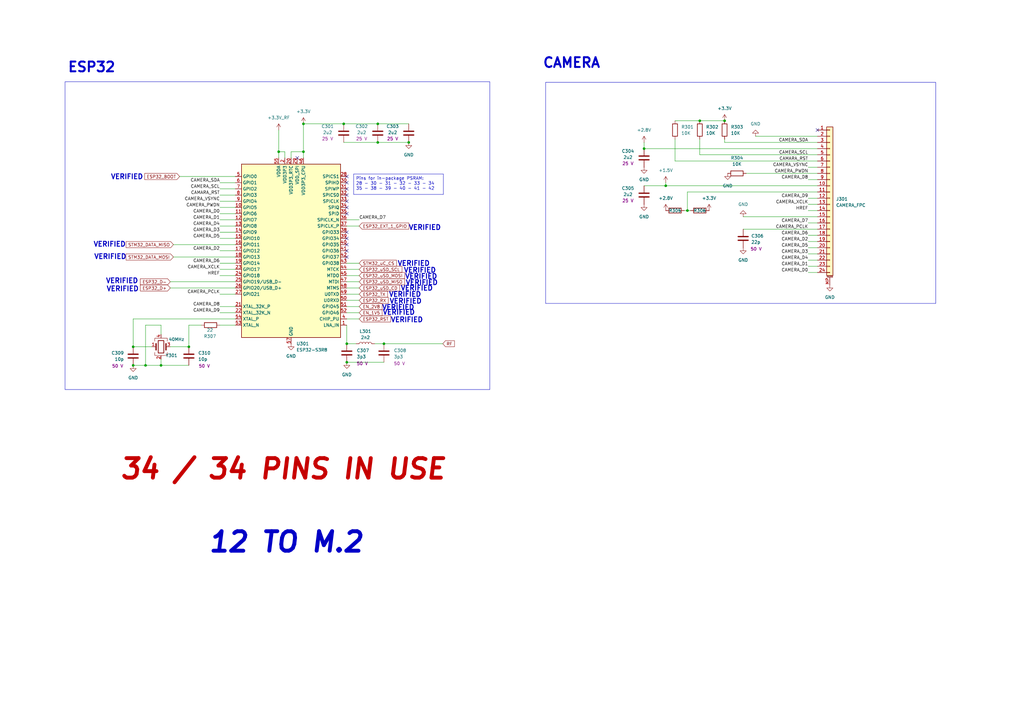
<source format=kicad_sch>
(kicad_sch
	(version 20231120)
	(generator "eeschema")
	(generator_version "8.0")
	(uuid "afcc8a3f-7269-4cd2-90d0-2f5163aaa2cc")
	(paper "A3")
	(lib_symbols
		(symbol "Connector_Generic_MountingPin:Conn_01x24_MountingPin"
			(pin_names
				(offset 1.016) hide)
			(exclude_from_sim no)
			(in_bom yes)
			(on_board yes)
			(property "Reference" "J"
				(at 0 30.48 0)
				(effects
					(font
						(size 1.27 1.27)
					)
				)
			)
			(property "Value" "Conn_01x24_MountingPin"
				(at 1.27 -33.02 0)
				(effects
					(font
						(size 1.27 1.27)
					)
					(justify left)
				)
			)
			(property "Footprint" ""
				(at 0 0 0)
				(effects
					(font
						(size 1.27 1.27)
					)
					(hide yes)
				)
			)
			(property "Datasheet" "~"
				(at 0 0 0)
				(effects
					(font
						(size 1.27 1.27)
					)
					(hide yes)
				)
			)
			(property "Description" "Generic connectable mounting pin connector, single row, 01x24, script generated (kicad-library-utils/schlib/autogen/connector/)"
				(at 0 0 0)
				(effects
					(font
						(size 1.27 1.27)
					)
					(hide yes)
				)
			)
			(property "ki_keywords" "connector"
				(at 0 0 0)
				(effects
					(font
						(size 1.27 1.27)
					)
					(hide yes)
				)
			)
			(property "ki_fp_filters" "Connector*:*_1x??-1MP*"
				(at 0 0 0)
				(effects
					(font
						(size 1.27 1.27)
					)
					(hide yes)
				)
			)
			(symbol "Conn_01x24_MountingPin_1_1"
				(rectangle
					(start -1.27 -30.353)
					(end 0 -30.607)
					(stroke
						(width 0.1524)
						(type default)
					)
					(fill
						(type none)
					)
				)
				(rectangle
					(start -1.27 -27.813)
					(end 0 -28.067)
					(stroke
						(width 0.1524)
						(type default)
					)
					(fill
						(type none)
					)
				)
				(rectangle
					(start -1.27 -25.273)
					(end 0 -25.527)
					(stroke
						(width 0.1524)
						(type default)
					)
					(fill
						(type none)
					)
				)
				(rectangle
					(start -1.27 -22.733)
					(end 0 -22.987)
					(stroke
						(width 0.1524)
						(type default)
					)
					(fill
						(type none)
					)
				)
				(rectangle
					(start -1.27 -20.193)
					(end 0 -20.447)
					(stroke
						(width 0.1524)
						(type default)
					)
					(fill
						(type none)
					)
				)
				(rectangle
					(start -1.27 -17.653)
					(end 0 -17.907)
					(stroke
						(width 0.1524)
						(type default)
					)
					(fill
						(type none)
					)
				)
				(rectangle
					(start -1.27 -15.113)
					(end 0 -15.367)
					(stroke
						(width 0.1524)
						(type default)
					)
					(fill
						(type none)
					)
				)
				(rectangle
					(start -1.27 -12.573)
					(end 0 -12.827)
					(stroke
						(width 0.1524)
						(type default)
					)
					(fill
						(type none)
					)
				)
				(rectangle
					(start -1.27 -10.033)
					(end 0 -10.287)
					(stroke
						(width 0.1524)
						(type default)
					)
					(fill
						(type none)
					)
				)
				(rectangle
					(start -1.27 -7.493)
					(end 0 -7.747)
					(stroke
						(width 0.1524)
						(type default)
					)
					(fill
						(type none)
					)
				)
				(rectangle
					(start -1.27 -4.953)
					(end 0 -5.207)
					(stroke
						(width 0.1524)
						(type default)
					)
					(fill
						(type none)
					)
				)
				(rectangle
					(start -1.27 -2.413)
					(end 0 -2.667)
					(stroke
						(width 0.1524)
						(type default)
					)
					(fill
						(type none)
					)
				)
				(rectangle
					(start -1.27 0.127)
					(end 0 -0.127)
					(stroke
						(width 0.1524)
						(type default)
					)
					(fill
						(type none)
					)
				)
				(rectangle
					(start -1.27 2.667)
					(end 0 2.413)
					(stroke
						(width 0.1524)
						(type default)
					)
					(fill
						(type none)
					)
				)
				(rectangle
					(start -1.27 5.207)
					(end 0 4.953)
					(stroke
						(width 0.1524)
						(type default)
					)
					(fill
						(type none)
					)
				)
				(rectangle
					(start -1.27 7.747)
					(end 0 7.493)
					(stroke
						(width 0.1524)
						(type default)
					)
					(fill
						(type none)
					)
				)
				(rectangle
					(start -1.27 10.287)
					(end 0 10.033)
					(stroke
						(width 0.1524)
						(type default)
					)
					(fill
						(type none)
					)
				)
				(rectangle
					(start -1.27 12.827)
					(end 0 12.573)
					(stroke
						(width 0.1524)
						(type default)
					)
					(fill
						(type none)
					)
				)
				(rectangle
					(start -1.27 15.367)
					(end 0 15.113)
					(stroke
						(width 0.1524)
						(type default)
					)
					(fill
						(type none)
					)
				)
				(rectangle
					(start -1.27 17.907)
					(end 0 17.653)
					(stroke
						(width 0.1524)
						(type default)
					)
					(fill
						(type none)
					)
				)
				(rectangle
					(start -1.27 20.447)
					(end 0 20.193)
					(stroke
						(width 0.1524)
						(type default)
					)
					(fill
						(type none)
					)
				)
				(rectangle
					(start -1.27 22.987)
					(end 0 22.733)
					(stroke
						(width 0.1524)
						(type default)
					)
					(fill
						(type none)
					)
				)
				(rectangle
					(start -1.27 25.527)
					(end 0 25.273)
					(stroke
						(width 0.1524)
						(type default)
					)
					(fill
						(type none)
					)
				)
				(rectangle
					(start -1.27 28.067)
					(end 0 27.813)
					(stroke
						(width 0.1524)
						(type default)
					)
					(fill
						(type none)
					)
				)
				(rectangle
					(start -1.27 29.21)
					(end 1.27 -31.75)
					(stroke
						(width 0.254)
						(type default)
					)
					(fill
						(type background)
					)
				)
				(polyline
					(pts
						(xy -1.016 -32.512) (xy 1.016 -32.512)
					)
					(stroke
						(width 0.1524)
						(type default)
					)
					(fill
						(type none)
					)
				)
				(text "Mounting"
					(at 0 -32.131 0)
					(effects
						(font
							(size 0.381 0.381)
						)
					)
				)
				(pin passive line
					(at -5.08 27.94 0)
					(length 3.81)
					(name "Pin_1"
						(effects
							(font
								(size 1.27 1.27)
							)
						)
					)
					(number "1"
						(effects
							(font
								(size 1.27 1.27)
							)
						)
					)
				)
				(pin passive line
					(at -5.08 5.08 0)
					(length 3.81)
					(name "Pin_10"
						(effects
							(font
								(size 1.27 1.27)
							)
						)
					)
					(number "10"
						(effects
							(font
								(size 1.27 1.27)
							)
						)
					)
				)
				(pin passive line
					(at -5.08 2.54 0)
					(length 3.81)
					(name "Pin_11"
						(effects
							(font
								(size 1.27 1.27)
							)
						)
					)
					(number "11"
						(effects
							(font
								(size 1.27 1.27)
							)
						)
					)
				)
				(pin passive line
					(at -5.08 0 0)
					(length 3.81)
					(name "Pin_12"
						(effects
							(font
								(size 1.27 1.27)
							)
						)
					)
					(number "12"
						(effects
							(font
								(size 1.27 1.27)
							)
						)
					)
				)
				(pin passive line
					(at -5.08 -2.54 0)
					(length 3.81)
					(name "Pin_13"
						(effects
							(font
								(size 1.27 1.27)
							)
						)
					)
					(number "13"
						(effects
							(font
								(size 1.27 1.27)
							)
						)
					)
				)
				(pin passive line
					(at -5.08 -5.08 0)
					(length 3.81)
					(name "Pin_14"
						(effects
							(font
								(size 1.27 1.27)
							)
						)
					)
					(number "14"
						(effects
							(font
								(size 1.27 1.27)
							)
						)
					)
				)
				(pin passive line
					(at -5.08 -7.62 0)
					(length 3.81)
					(name "Pin_15"
						(effects
							(font
								(size 1.27 1.27)
							)
						)
					)
					(number "15"
						(effects
							(font
								(size 1.27 1.27)
							)
						)
					)
				)
				(pin passive line
					(at -5.08 -10.16 0)
					(length 3.81)
					(name "Pin_16"
						(effects
							(font
								(size 1.27 1.27)
							)
						)
					)
					(number "16"
						(effects
							(font
								(size 1.27 1.27)
							)
						)
					)
				)
				(pin passive line
					(at -5.08 -12.7 0)
					(length 3.81)
					(name "Pin_17"
						(effects
							(font
								(size 1.27 1.27)
							)
						)
					)
					(number "17"
						(effects
							(font
								(size 1.27 1.27)
							)
						)
					)
				)
				(pin passive line
					(at -5.08 -15.24 0)
					(length 3.81)
					(name "Pin_18"
						(effects
							(font
								(size 1.27 1.27)
							)
						)
					)
					(number "18"
						(effects
							(font
								(size 1.27 1.27)
							)
						)
					)
				)
				(pin passive line
					(at -5.08 -17.78 0)
					(length 3.81)
					(name "Pin_19"
						(effects
							(font
								(size 1.27 1.27)
							)
						)
					)
					(number "19"
						(effects
							(font
								(size 1.27 1.27)
							)
						)
					)
				)
				(pin passive line
					(at -5.08 25.4 0)
					(length 3.81)
					(name "Pin_2"
						(effects
							(font
								(size 1.27 1.27)
							)
						)
					)
					(number "2"
						(effects
							(font
								(size 1.27 1.27)
							)
						)
					)
				)
				(pin passive line
					(at -5.08 -20.32 0)
					(length 3.81)
					(name "Pin_20"
						(effects
							(font
								(size 1.27 1.27)
							)
						)
					)
					(number "20"
						(effects
							(font
								(size 1.27 1.27)
							)
						)
					)
				)
				(pin passive line
					(at -5.08 -22.86 0)
					(length 3.81)
					(name "Pin_21"
						(effects
							(font
								(size 1.27 1.27)
							)
						)
					)
					(number "21"
						(effects
							(font
								(size 1.27 1.27)
							)
						)
					)
				)
				(pin passive line
					(at -5.08 -25.4 0)
					(length 3.81)
					(name "Pin_22"
						(effects
							(font
								(size 1.27 1.27)
							)
						)
					)
					(number "22"
						(effects
							(font
								(size 1.27 1.27)
							)
						)
					)
				)
				(pin passive line
					(at -5.08 -27.94 0)
					(length 3.81)
					(name "Pin_23"
						(effects
							(font
								(size 1.27 1.27)
							)
						)
					)
					(number "23"
						(effects
							(font
								(size 1.27 1.27)
							)
						)
					)
				)
				(pin passive line
					(at -5.08 -30.48 0)
					(length 3.81)
					(name "Pin_24"
						(effects
							(font
								(size 1.27 1.27)
							)
						)
					)
					(number "24"
						(effects
							(font
								(size 1.27 1.27)
							)
						)
					)
				)
				(pin passive line
					(at -5.08 22.86 0)
					(length 3.81)
					(name "Pin_3"
						(effects
							(font
								(size 1.27 1.27)
							)
						)
					)
					(number "3"
						(effects
							(font
								(size 1.27 1.27)
							)
						)
					)
				)
				(pin passive line
					(at -5.08 20.32 0)
					(length 3.81)
					(name "Pin_4"
						(effects
							(font
								(size 1.27 1.27)
							)
						)
					)
					(number "4"
						(effects
							(font
								(size 1.27 1.27)
							)
						)
					)
				)
				(pin passive line
					(at -5.08 17.78 0)
					(length 3.81)
					(name "Pin_5"
						(effects
							(font
								(size 1.27 1.27)
							)
						)
					)
					(number "5"
						(effects
							(font
								(size 1.27 1.27)
							)
						)
					)
				)
				(pin passive line
					(at -5.08 15.24 0)
					(length 3.81)
					(name "Pin_6"
						(effects
							(font
								(size 1.27 1.27)
							)
						)
					)
					(number "6"
						(effects
							(font
								(size 1.27 1.27)
							)
						)
					)
				)
				(pin passive line
					(at -5.08 12.7 0)
					(length 3.81)
					(name "Pin_7"
						(effects
							(font
								(size 1.27 1.27)
							)
						)
					)
					(number "7"
						(effects
							(font
								(size 1.27 1.27)
							)
						)
					)
				)
				(pin passive line
					(at -5.08 10.16 0)
					(length 3.81)
					(name "Pin_8"
						(effects
							(font
								(size 1.27 1.27)
							)
						)
					)
					(number "8"
						(effects
							(font
								(size 1.27 1.27)
							)
						)
					)
				)
				(pin passive line
					(at -5.08 7.62 0)
					(length 3.81)
					(name "Pin_9"
						(effects
							(font
								(size 1.27 1.27)
							)
						)
					)
					(number "9"
						(effects
							(font
								(size 1.27 1.27)
							)
						)
					)
				)
				(pin passive line
					(at 0 -35.56 90)
					(length 3.048)
					(name "MountPin"
						(effects
							(font
								(size 1.27 1.27)
							)
						)
					)
					(number "MP"
						(effects
							(font
								(size 1.27 1.27)
							)
						)
					)
				)
			)
		)
		(symbol "Device:C"
			(pin_numbers hide)
			(pin_names
				(offset 0.254)
			)
			(exclude_from_sim no)
			(in_bom yes)
			(on_board yes)
			(property "Reference" "C"
				(at 0.635 2.54 0)
				(effects
					(font
						(size 1.27 1.27)
					)
					(justify left)
				)
			)
			(property "Value" "C"
				(at 0.635 -2.54 0)
				(effects
					(font
						(size 1.27 1.27)
					)
					(justify left)
				)
			)
			(property "Footprint" ""
				(at 0.9652 -3.81 0)
				(effects
					(font
						(size 1.27 1.27)
					)
					(hide yes)
				)
			)
			(property "Datasheet" "~"
				(at 0 0 0)
				(effects
					(font
						(size 1.27 1.27)
					)
					(hide yes)
				)
			)
			(property "Description" "Unpolarized capacitor"
				(at 0 0 0)
				(effects
					(font
						(size 1.27 1.27)
					)
					(hide yes)
				)
			)
			(property "ki_keywords" "cap capacitor"
				(at 0 0 0)
				(effects
					(font
						(size 1.27 1.27)
					)
					(hide yes)
				)
			)
			(property "ki_fp_filters" "C_*"
				(at 0 0 0)
				(effects
					(font
						(size 1.27 1.27)
					)
					(hide yes)
				)
			)
			(symbol "C_0_1"
				(polyline
					(pts
						(xy -2.032 -0.762) (xy 2.032 -0.762)
					)
					(stroke
						(width 0.508)
						(type default)
					)
					(fill
						(type none)
					)
				)
				(polyline
					(pts
						(xy -2.032 0.762) (xy 2.032 0.762)
					)
					(stroke
						(width 0.508)
						(type default)
					)
					(fill
						(type none)
					)
				)
			)
			(symbol "C_1_1"
				(pin passive line
					(at 0 3.81 270)
					(length 2.794)
					(name "~"
						(effects
							(font
								(size 1.27 1.27)
							)
						)
					)
					(number "1"
						(effects
							(font
								(size 1.27 1.27)
							)
						)
					)
				)
				(pin passive line
					(at 0 -3.81 90)
					(length 2.794)
					(name "~"
						(effects
							(font
								(size 1.27 1.27)
							)
						)
					)
					(number "2"
						(effects
							(font
								(size 1.27 1.27)
							)
						)
					)
				)
			)
		)
		(symbol "Device:Crystal_GND24"
			(pin_names
				(offset 1.016) hide)
			(exclude_from_sim no)
			(in_bom yes)
			(on_board yes)
			(property "Reference" "Y"
				(at 3.175 5.08 0)
				(effects
					(font
						(size 1.27 1.27)
					)
					(justify left)
				)
			)
			(property "Value" "Crystal_GND24"
				(at 3.175 3.175 0)
				(effects
					(font
						(size 1.27 1.27)
					)
					(justify left)
				)
			)
			(property "Footprint" ""
				(at 0 0 0)
				(effects
					(font
						(size 1.27 1.27)
					)
					(hide yes)
				)
			)
			(property "Datasheet" "~"
				(at 0 0 0)
				(effects
					(font
						(size 1.27 1.27)
					)
					(hide yes)
				)
			)
			(property "Description" "Four pin crystal, GND on pins 2 and 4"
				(at 0 0 0)
				(effects
					(font
						(size 1.27 1.27)
					)
					(hide yes)
				)
			)
			(property "ki_keywords" "quartz ceramic resonator oscillator"
				(at 0 0 0)
				(effects
					(font
						(size 1.27 1.27)
					)
					(hide yes)
				)
			)
			(property "ki_fp_filters" "Crystal*"
				(at 0 0 0)
				(effects
					(font
						(size 1.27 1.27)
					)
					(hide yes)
				)
			)
			(symbol "Crystal_GND24_0_1"
				(rectangle
					(start -1.143 2.54)
					(end 1.143 -2.54)
					(stroke
						(width 0.3048)
						(type default)
					)
					(fill
						(type none)
					)
				)
				(polyline
					(pts
						(xy -2.54 0) (xy -2.032 0)
					)
					(stroke
						(width 0)
						(type default)
					)
					(fill
						(type none)
					)
				)
				(polyline
					(pts
						(xy -2.032 -1.27) (xy -2.032 1.27)
					)
					(stroke
						(width 0.508)
						(type default)
					)
					(fill
						(type none)
					)
				)
				(polyline
					(pts
						(xy 0 -3.81) (xy 0 -3.556)
					)
					(stroke
						(width 0)
						(type default)
					)
					(fill
						(type none)
					)
				)
				(polyline
					(pts
						(xy 0 3.556) (xy 0 3.81)
					)
					(stroke
						(width 0)
						(type default)
					)
					(fill
						(type none)
					)
				)
				(polyline
					(pts
						(xy 2.032 -1.27) (xy 2.032 1.27)
					)
					(stroke
						(width 0.508)
						(type default)
					)
					(fill
						(type none)
					)
				)
				(polyline
					(pts
						(xy 2.032 0) (xy 2.54 0)
					)
					(stroke
						(width 0)
						(type default)
					)
					(fill
						(type none)
					)
				)
				(polyline
					(pts
						(xy -2.54 -2.286) (xy -2.54 -3.556) (xy 2.54 -3.556) (xy 2.54 -2.286)
					)
					(stroke
						(width 0)
						(type default)
					)
					(fill
						(type none)
					)
				)
				(polyline
					(pts
						(xy -2.54 2.286) (xy -2.54 3.556) (xy 2.54 3.556) (xy 2.54 2.286)
					)
					(stroke
						(width 0)
						(type default)
					)
					(fill
						(type none)
					)
				)
			)
			(symbol "Crystal_GND24_1_1"
				(pin passive line
					(at -3.81 0 0)
					(length 1.27)
					(name "1"
						(effects
							(font
								(size 1.27 1.27)
							)
						)
					)
					(number "1"
						(effects
							(font
								(size 1.27 1.27)
							)
						)
					)
				)
				(pin passive line
					(at 0 5.08 270)
					(length 1.27)
					(name "2"
						(effects
							(font
								(size 1.27 1.27)
							)
						)
					)
					(number "2"
						(effects
							(font
								(size 1.27 1.27)
							)
						)
					)
				)
				(pin passive line
					(at 3.81 0 180)
					(length 1.27)
					(name "3"
						(effects
							(font
								(size 1.27 1.27)
							)
						)
					)
					(number "3"
						(effects
							(font
								(size 1.27 1.27)
							)
						)
					)
				)
				(pin passive line
					(at 0 -5.08 90)
					(length 1.27)
					(name "4"
						(effects
							(font
								(size 1.27 1.27)
							)
						)
					)
					(number "4"
						(effects
							(font
								(size 1.27 1.27)
							)
						)
					)
				)
			)
		)
		(symbol "Device:L"
			(pin_numbers hide)
			(pin_names
				(offset 1.016) hide)
			(exclude_from_sim no)
			(in_bom yes)
			(on_board yes)
			(property "Reference" "L"
				(at -1.27 0 90)
				(effects
					(font
						(size 1.27 1.27)
					)
				)
			)
			(property "Value" "L"
				(at 1.905 0 90)
				(effects
					(font
						(size 1.27 1.27)
					)
				)
			)
			(property "Footprint" ""
				(at 0 0 0)
				(effects
					(font
						(size 1.27 1.27)
					)
					(hide yes)
				)
			)
			(property "Datasheet" "~"
				(at 0 0 0)
				(effects
					(font
						(size 1.27 1.27)
					)
					(hide yes)
				)
			)
			(property "Description" "Inductor"
				(at 0 0 0)
				(effects
					(font
						(size 1.27 1.27)
					)
					(hide yes)
				)
			)
			(property "ki_keywords" "inductor choke coil reactor magnetic"
				(at 0 0 0)
				(effects
					(font
						(size 1.27 1.27)
					)
					(hide yes)
				)
			)
			(property "ki_fp_filters" "Choke_* *Coil* Inductor_* L_*"
				(at 0 0 0)
				(effects
					(font
						(size 1.27 1.27)
					)
					(hide yes)
				)
			)
			(symbol "L_0_1"
				(arc
					(start 0 -2.54)
					(mid 0.6323 -1.905)
					(end 0 -1.27)
					(stroke
						(width 0)
						(type default)
					)
					(fill
						(type none)
					)
				)
				(arc
					(start 0 -1.27)
					(mid 0.6323 -0.635)
					(end 0 0)
					(stroke
						(width 0)
						(type default)
					)
					(fill
						(type none)
					)
				)
				(arc
					(start 0 0)
					(mid 0.6323 0.635)
					(end 0 1.27)
					(stroke
						(width 0)
						(type default)
					)
					(fill
						(type none)
					)
				)
				(arc
					(start 0 1.27)
					(mid 0.6323 1.905)
					(end 0 2.54)
					(stroke
						(width 0)
						(type default)
					)
					(fill
						(type none)
					)
				)
			)
			(symbol "L_1_1"
				(pin passive line
					(at 0 3.81 270)
					(length 1.27)
					(name "1"
						(effects
							(font
								(size 1.27 1.27)
							)
						)
					)
					(number "1"
						(effects
							(font
								(size 1.27 1.27)
							)
						)
					)
				)
				(pin passive line
					(at 0 -3.81 90)
					(length 1.27)
					(name "2"
						(effects
							(font
								(size 1.27 1.27)
							)
						)
					)
					(number "2"
						(effects
							(font
								(size 1.27 1.27)
							)
						)
					)
				)
			)
		)
		(symbol "Device:R"
			(pin_numbers hide)
			(pin_names
				(offset 0)
			)
			(exclude_from_sim no)
			(in_bom yes)
			(on_board yes)
			(property "Reference" "R"
				(at 2.032 0 90)
				(effects
					(font
						(size 1.27 1.27)
					)
				)
			)
			(property "Value" "R"
				(at 0 0 90)
				(effects
					(font
						(size 1.27 1.27)
					)
				)
			)
			(property "Footprint" ""
				(at -1.778 0 90)
				(effects
					(font
						(size 1.27 1.27)
					)
					(hide yes)
				)
			)
			(property "Datasheet" "~"
				(at 0 0 0)
				(effects
					(font
						(size 1.27 1.27)
					)
					(hide yes)
				)
			)
			(property "Description" "Resistor"
				(at 0 0 0)
				(effects
					(font
						(size 1.27 1.27)
					)
					(hide yes)
				)
			)
			(property "ki_keywords" "R res resistor"
				(at 0 0 0)
				(effects
					(font
						(size 1.27 1.27)
					)
					(hide yes)
				)
			)
			(property "ki_fp_filters" "R_*"
				(at 0 0 0)
				(effects
					(font
						(size 1.27 1.27)
					)
					(hide yes)
				)
			)
			(symbol "R_0_1"
				(rectangle
					(start -1.016 -2.54)
					(end 1.016 2.54)
					(stroke
						(width 0.254)
						(type default)
					)
					(fill
						(type none)
					)
				)
			)
			(symbol "R_1_1"
				(pin passive line
					(at 0 3.81 270)
					(length 1.27)
					(name "~"
						(effects
							(font
								(size 1.27 1.27)
							)
						)
					)
					(number "1"
						(effects
							(font
								(size 1.27 1.27)
							)
						)
					)
				)
				(pin passive line
					(at 0 -3.81 90)
					(length 1.27)
					(name "~"
						(effects
							(font
								(size 1.27 1.27)
							)
						)
					)
					(number "2"
						(effects
							(font
								(size 1.27 1.27)
							)
						)
					)
				)
			)
		)
		(symbol "MCU_Espressif:ESP32-S3"
			(exclude_from_sim no)
			(in_bom yes)
			(on_board yes)
			(property "Reference" "U"
				(at 10.16 -38.1 0)
				(effects
					(font
						(size 1.27 1.27)
					)
				)
			)
			(property "Value" "ESP32-S3"
				(at 13.97 -40.64 0)
				(effects
					(font
						(size 1.27 1.27)
					)
				)
			)
			(property "Footprint" "Package_DFN_QFN:QFN-56-1EP_7x7mm_P0.4mm_EP4x4mm"
				(at 0 -48.26 0)
				(effects
					(font
						(size 1.27 1.27)
					)
					(hide yes)
				)
			)
			(property "Datasheet" "https://www.espressif.com/sites/default/files/documentation/esp32-s3_datasheet_en.pdf"
				(at 0 0 0)
				(effects
					(font
						(size 1.27 1.27)
					)
					(hide yes)
				)
			)
			(property "Description" "Microcontroller, Wi-Fi 802.11b/g/n, Bluetooth, 32bit"
				(at 0 0 0)
				(effects
					(font
						(size 1.27 1.27)
					)
					(hide yes)
				)
			)
			(property "ki_keywords" "Microcontroller Wi-Fi BT ESP ESP32 Espressif"
				(at 0 0 0)
				(effects
					(font
						(size 1.27 1.27)
					)
					(hide yes)
				)
			)
			(property "ki_fp_filters" "QFN*1EP*7x7mm*P0.4mm*"
				(at 0 0 0)
				(effects
					(font
						(size 1.27 1.27)
					)
					(hide yes)
				)
			)
			(symbol "ESP32-S3_0_1"
				(rectangle
					(start -20.32 35.56)
					(end 20.32 -35.56)
					(stroke
						(width 0.254)
						(type default)
					)
					(fill
						(type background)
					)
				)
			)
			(symbol "ESP32-S3_1_0"
				(pin bidirectional line
					(at 22.86 12.7 180)
					(length 2.54)
					(name "SPICLK_N"
						(effects
							(font
								(size 1.27 1.27)
							)
						)
					)
					(number "36"
						(effects
							(font
								(size 1.27 1.27)
							)
						)
					)
				)
				(pin bidirectional line
					(at 22.86 -10.16 180)
					(length 2.54)
					(name "MTDO"
						(effects
							(font
								(size 1.27 1.27)
							)
						)
					)
					(number "45"
						(effects
							(font
								(size 1.27 1.27)
							)
						)
					)
				)
				(pin bidirectional line
					(at 22.86 -22.86 180)
					(length 2.54)
					(name "GPIO45"
						(effects
							(font
								(size 1.27 1.27)
							)
						)
					)
					(number "51"
						(effects
							(font
								(size 1.27 1.27)
							)
						)
					)
				)
				(pin passive line
					(at -5.08 38.1 270)
					(length 2.54) hide
					(name "VDDA"
						(effects
							(font
								(size 1.27 1.27)
							)
						)
					)
					(number "56"
						(effects
							(font
								(size 1.27 1.27)
							)
						)
					)
				)
			)
			(symbol "ESP32-S3_1_1"
				(pin bidirectional line
					(at 22.86 -30.48 180)
					(length 2.54)
					(name "LNA_IN"
						(effects
							(font
								(size 1.27 1.27)
							)
						)
					)
					(number "1"
						(effects
							(font
								(size 1.27 1.27)
							)
						)
					)
				)
				(pin bidirectional line
					(at -22.86 17.78 0)
					(length 2.54)
					(name "GPIO5"
						(effects
							(font
								(size 1.27 1.27)
							)
						)
					)
					(number "10"
						(effects
							(font
								(size 1.27 1.27)
							)
						)
					)
				)
				(pin bidirectional line
					(at -22.86 15.24 0)
					(length 2.54)
					(name "GPIO6"
						(effects
							(font
								(size 1.27 1.27)
							)
						)
					)
					(number "11"
						(effects
							(font
								(size 1.27 1.27)
							)
						)
					)
				)
				(pin bidirectional line
					(at -22.86 12.7 0)
					(length 2.54)
					(name "GPIO7"
						(effects
							(font
								(size 1.27 1.27)
							)
						)
					)
					(number "12"
						(effects
							(font
								(size 1.27 1.27)
							)
						)
					)
				)
				(pin bidirectional line
					(at -22.86 10.16 0)
					(length 2.54)
					(name "GPIO8"
						(effects
							(font
								(size 1.27 1.27)
							)
						)
					)
					(number "13"
						(effects
							(font
								(size 1.27 1.27)
							)
						)
					)
				)
				(pin bidirectional line
					(at -22.86 7.62 0)
					(length 2.54)
					(name "GPIO9"
						(effects
							(font
								(size 1.27 1.27)
							)
						)
					)
					(number "14"
						(effects
							(font
								(size 1.27 1.27)
							)
						)
					)
				)
				(pin bidirectional line
					(at -22.86 5.08 0)
					(length 2.54)
					(name "GPIO10"
						(effects
							(font
								(size 1.27 1.27)
							)
						)
					)
					(number "15"
						(effects
							(font
								(size 1.27 1.27)
							)
						)
					)
				)
				(pin bidirectional line
					(at -22.86 2.54 0)
					(length 2.54)
					(name "GPIO11"
						(effects
							(font
								(size 1.27 1.27)
							)
						)
					)
					(number "16"
						(effects
							(font
								(size 1.27 1.27)
							)
						)
					)
				)
				(pin bidirectional line
					(at -22.86 0 0)
					(length 2.54)
					(name "GPIO12"
						(effects
							(font
								(size 1.27 1.27)
							)
						)
					)
					(number "17"
						(effects
							(font
								(size 1.27 1.27)
							)
						)
					)
				)
				(pin bidirectional line
					(at -22.86 -2.54 0)
					(length 2.54)
					(name "GPIO13"
						(effects
							(font
								(size 1.27 1.27)
							)
						)
					)
					(number "18"
						(effects
							(font
								(size 1.27 1.27)
							)
						)
					)
				)
				(pin bidirectional line
					(at -22.86 -5.08 0)
					(length 2.54)
					(name "GPIO14"
						(effects
							(font
								(size 1.27 1.27)
							)
						)
					)
					(number "19"
						(effects
							(font
								(size 1.27 1.27)
							)
						)
					)
				)
				(pin power_in line
					(at -2.54 38.1 270)
					(length 2.54)
					(name "VDD3P3"
						(effects
							(font
								(size 1.27 1.27)
							)
						)
					)
					(number "2"
						(effects
							(font
								(size 1.27 1.27)
							)
						)
					)
				)
				(pin power_in line
					(at 0 38.1 270)
					(length 2.54)
					(name "VDD3P3_RTC"
						(effects
							(font
								(size 1.27 1.27)
							)
						)
					)
					(number "20"
						(effects
							(font
								(size 1.27 1.27)
							)
						)
					)
				)
				(pin passive line
					(at -22.86 -22.86 0)
					(length 2.54)
					(name "XTAL_32K_P"
						(effects
							(font
								(size 1.27 1.27)
							)
						)
					)
					(number "21"
						(effects
							(font
								(size 1.27 1.27)
							)
						)
					)
				)
				(pin passive line
					(at -22.86 -25.4 0)
					(length 2.54)
					(name "XTAL_32K_N"
						(effects
							(font
								(size 1.27 1.27)
							)
						)
					)
					(number "22"
						(effects
							(font
								(size 1.27 1.27)
							)
						)
					)
				)
				(pin bidirectional line
					(at -22.86 -7.62 0)
					(length 2.54)
					(name "GPIO17"
						(effects
							(font
								(size 1.27 1.27)
							)
						)
					)
					(number "23"
						(effects
							(font
								(size 1.27 1.27)
							)
						)
					)
				)
				(pin bidirectional line
					(at -22.86 -10.16 0)
					(length 2.54)
					(name "GPIO18"
						(effects
							(font
								(size 1.27 1.27)
							)
						)
					)
					(number "24"
						(effects
							(font
								(size 1.27 1.27)
							)
						)
					)
				)
				(pin bidirectional line
					(at -22.86 -12.7 0)
					(length 2.54)
					(name "GPIO19/USB_D-"
						(effects
							(font
								(size 1.27 1.27)
							)
						)
					)
					(number "25"
						(effects
							(font
								(size 1.27 1.27)
							)
						)
					)
				)
				(pin bidirectional line
					(at -22.86 -15.24 0)
					(length 2.54)
					(name "GPIO20/USB_D+"
						(effects
							(font
								(size 1.27 1.27)
							)
						)
					)
					(number "26"
						(effects
							(font
								(size 1.27 1.27)
							)
						)
					)
				)
				(pin bidirectional line
					(at -22.86 -17.78 0)
					(length 2.54)
					(name "GPIO21"
						(effects
							(font
								(size 1.27 1.27)
							)
						)
					)
					(number "27"
						(effects
							(font
								(size 1.27 1.27)
							)
						)
					)
				)
				(pin bidirectional line
					(at 22.86 30.48 180)
					(length 2.54)
					(name "SPICS1"
						(effects
							(font
								(size 1.27 1.27)
							)
						)
					)
					(number "28"
						(effects
							(font
								(size 1.27 1.27)
							)
						)
					)
				)
				(pin power_in line
					(at 2.54 38.1 270)
					(length 2.54)
					(name "VDD_SPI"
						(effects
							(font
								(size 1.27 1.27)
							)
						)
					)
					(number "29"
						(effects
							(font
								(size 1.27 1.27)
							)
						)
					)
				)
				(pin passive line
					(at -2.54 38.1 270)
					(length 2.54) hide
					(name "VDD3P3"
						(effects
							(font
								(size 1.27 1.27)
							)
						)
					)
					(number "3"
						(effects
							(font
								(size 1.27 1.27)
							)
						)
					)
				)
				(pin bidirectional line
					(at 22.86 27.94 180)
					(length 2.54)
					(name "SPIHD"
						(effects
							(font
								(size 1.27 1.27)
							)
						)
					)
					(number "30"
						(effects
							(font
								(size 1.27 1.27)
							)
						)
					)
				)
				(pin bidirectional line
					(at 22.86 25.4 180)
					(length 2.54)
					(name "SPIWP"
						(effects
							(font
								(size 1.27 1.27)
							)
						)
					)
					(number "31"
						(effects
							(font
								(size 1.27 1.27)
							)
						)
					)
				)
				(pin bidirectional line
					(at 22.86 22.86 180)
					(length 2.54)
					(name "SPICS0"
						(effects
							(font
								(size 1.27 1.27)
							)
						)
					)
					(number "32"
						(effects
							(font
								(size 1.27 1.27)
							)
						)
					)
				)
				(pin bidirectional line
					(at 22.86 20.32 180)
					(length 2.54)
					(name "SPICLK"
						(effects
							(font
								(size 1.27 1.27)
							)
						)
					)
					(number "33"
						(effects
							(font
								(size 1.27 1.27)
							)
						)
					)
				)
				(pin bidirectional line
					(at 22.86 17.78 180)
					(length 2.54)
					(name "SPIQ"
						(effects
							(font
								(size 1.27 1.27)
							)
						)
					)
					(number "34"
						(effects
							(font
								(size 1.27 1.27)
							)
						)
					)
				)
				(pin bidirectional line
					(at 22.86 15.24 180)
					(length 2.54)
					(name "SPID"
						(effects
							(font
								(size 1.27 1.27)
							)
						)
					)
					(number "35"
						(effects
							(font
								(size 1.27 1.27)
							)
						)
					)
				)
				(pin bidirectional line
					(at 22.86 10.16 180)
					(length 2.54)
					(name "SPICLK_P"
						(effects
							(font
								(size 1.27 1.27)
							)
						)
					)
					(number "37"
						(effects
							(font
								(size 1.27 1.27)
							)
						)
					)
				)
				(pin bidirectional line
					(at 22.86 7.62 180)
					(length 2.54)
					(name "GPIO33"
						(effects
							(font
								(size 1.27 1.27)
							)
						)
					)
					(number "38"
						(effects
							(font
								(size 1.27 1.27)
							)
						)
					)
				)
				(pin bidirectional line
					(at 22.86 5.08 180)
					(length 2.54)
					(name "GPIO34"
						(effects
							(font
								(size 1.27 1.27)
							)
						)
					)
					(number "39"
						(effects
							(font
								(size 1.27 1.27)
							)
						)
					)
				)
				(pin input line
					(at 22.86 -27.94 180)
					(length 2.54)
					(name "CHIP_PU"
						(effects
							(font
								(size 1.27 1.27)
							)
						)
					)
					(number "4"
						(effects
							(font
								(size 1.27 1.27)
							)
						)
					)
				)
				(pin bidirectional line
					(at 22.86 2.54 180)
					(length 2.54)
					(name "GPIO35"
						(effects
							(font
								(size 1.27 1.27)
							)
						)
					)
					(number "40"
						(effects
							(font
								(size 1.27 1.27)
							)
						)
					)
				)
				(pin bidirectional line
					(at 22.86 0 180)
					(length 2.54)
					(name "GPIO36"
						(effects
							(font
								(size 1.27 1.27)
							)
						)
					)
					(number "41"
						(effects
							(font
								(size 1.27 1.27)
							)
						)
					)
				)
				(pin bidirectional line
					(at 22.86 -2.54 180)
					(length 2.54)
					(name "GPIO37"
						(effects
							(font
								(size 1.27 1.27)
							)
						)
					)
					(number "42"
						(effects
							(font
								(size 1.27 1.27)
							)
						)
					)
				)
				(pin bidirectional line
					(at 22.86 -5.08 180)
					(length 2.54)
					(name "GPIO38"
						(effects
							(font
								(size 1.27 1.27)
							)
						)
					)
					(number "43"
						(effects
							(font
								(size 1.27 1.27)
							)
						)
					)
				)
				(pin bidirectional line
					(at 22.86 -7.62 180)
					(length 2.54)
					(name "MTCK"
						(effects
							(font
								(size 1.27 1.27)
							)
						)
					)
					(number "44"
						(effects
							(font
								(size 1.27 1.27)
							)
						)
					)
				)
				(pin power_in line
					(at 5.08 38.1 270)
					(length 2.54)
					(name "VDD3P3_CPU"
						(effects
							(font
								(size 1.27 1.27)
							)
						)
					)
					(number "46"
						(effects
							(font
								(size 1.27 1.27)
							)
						)
					)
				)
				(pin bidirectional line
					(at 22.86 -12.7 180)
					(length 2.54)
					(name "MTDI"
						(effects
							(font
								(size 1.27 1.27)
							)
						)
					)
					(number "47"
						(effects
							(font
								(size 1.27 1.27)
							)
						)
					)
				)
				(pin bidirectional line
					(at 22.86 -15.24 180)
					(length 2.54)
					(name "MTMS"
						(effects
							(font
								(size 1.27 1.27)
							)
						)
					)
					(number "48"
						(effects
							(font
								(size 1.27 1.27)
							)
						)
					)
				)
				(pin bidirectional line
					(at 22.86 -17.78 180)
					(length 2.54)
					(name "U0TXD"
						(effects
							(font
								(size 1.27 1.27)
							)
						)
					)
					(number "49"
						(effects
							(font
								(size 1.27 1.27)
							)
						)
					)
				)
				(pin bidirectional line
					(at -22.86 30.48 0)
					(length 2.54)
					(name "GPIO0"
						(effects
							(font
								(size 1.27 1.27)
							)
						)
					)
					(number "5"
						(effects
							(font
								(size 1.27 1.27)
							)
						)
					)
				)
				(pin bidirectional line
					(at 22.86 -20.32 180)
					(length 2.54)
					(name "U0RXD"
						(effects
							(font
								(size 1.27 1.27)
							)
						)
					)
					(number "50"
						(effects
							(font
								(size 1.27 1.27)
							)
						)
					)
				)
				(pin bidirectional line
					(at 22.86 -25.4 180)
					(length 2.54)
					(name "GPIO46"
						(effects
							(font
								(size 1.27 1.27)
							)
						)
					)
					(number "52"
						(effects
							(font
								(size 1.27 1.27)
							)
						)
					)
				)
				(pin output line
					(at -22.86 -30.48 0)
					(length 2.54)
					(name "XTAL_N"
						(effects
							(font
								(size 1.27 1.27)
							)
						)
					)
					(number "53"
						(effects
							(font
								(size 1.27 1.27)
							)
						)
					)
				)
				(pin input line
					(at -22.86 -27.94 0)
					(length 2.54)
					(name "XTAL_P"
						(effects
							(font
								(size 1.27 1.27)
							)
						)
					)
					(number "54"
						(effects
							(font
								(size 1.27 1.27)
							)
						)
					)
				)
				(pin power_in line
					(at -5.08 38.1 270)
					(length 2.54)
					(name "VDDA"
						(effects
							(font
								(size 1.27 1.27)
							)
						)
					)
					(number "55"
						(effects
							(font
								(size 1.27 1.27)
							)
						)
					)
				)
				(pin power_in line
					(at 0 -38.1 90)
					(length 2.54)
					(name "GND"
						(effects
							(font
								(size 1.27 1.27)
							)
						)
					)
					(number "57"
						(effects
							(font
								(size 1.27 1.27)
							)
						)
					)
				)
				(pin bidirectional line
					(at -22.86 27.94 0)
					(length 2.54)
					(name "GPIO1"
						(effects
							(font
								(size 1.27 1.27)
							)
						)
					)
					(number "6"
						(effects
							(font
								(size 1.27 1.27)
							)
						)
					)
				)
				(pin bidirectional line
					(at -22.86 25.4 0)
					(length 2.54)
					(name "GPIO2"
						(effects
							(font
								(size 1.27 1.27)
							)
						)
					)
					(number "7"
						(effects
							(font
								(size 1.27 1.27)
							)
						)
					)
				)
				(pin bidirectional line
					(at -22.86 22.86 0)
					(length 2.54)
					(name "GPIO3"
						(effects
							(font
								(size 1.27 1.27)
							)
						)
					)
					(number "8"
						(effects
							(font
								(size 1.27 1.27)
							)
						)
					)
				)
				(pin bidirectional line
					(at -22.86 20.32 0)
					(length 2.54)
					(name "GPIO4"
						(effects
							(font
								(size 1.27 1.27)
							)
						)
					)
					(number "9"
						(effects
							(font
								(size 1.27 1.27)
							)
						)
					)
				)
			)
		)
		(symbol "power:+3.3V"
			(power)
			(pin_numbers hide)
			(pin_names
				(offset 0) hide)
			(exclude_from_sim no)
			(in_bom yes)
			(on_board yes)
			(property "Reference" "#PWR"
				(at 0 -3.81 0)
				(effects
					(font
						(size 1.27 1.27)
					)
					(hide yes)
				)
			)
			(property "Value" "+3.3V"
				(at 0 3.556 0)
				(effects
					(font
						(size 1.27 1.27)
					)
				)
			)
			(property "Footprint" ""
				(at 0 0 0)
				(effects
					(font
						(size 1.27 1.27)
					)
					(hide yes)
				)
			)
			(property "Datasheet" ""
				(at 0 0 0)
				(effects
					(font
						(size 1.27 1.27)
					)
					(hide yes)
				)
			)
			(property "Description" "Power symbol creates a global label with name \"+3.3V\""
				(at 0 0 0)
				(effects
					(font
						(size 1.27 1.27)
					)
					(hide yes)
				)
			)
			(property "ki_keywords" "global power"
				(at 0 0 0)
				(effects
					(font
						(size 1.27 1.27)
					)
					(hide yes)
				)
			)
			(symbol "+3.3V_0_1"
				(polyline
					(pts
						(xy -0.762 1.27) (xy 0 2.54)
					)
					(stroke
						(width 0)
						(type default)
					)
					(fill
						(type none)
					)
				)
				(polyline
					(pts
						(xy 0 0) (xy 0 2.54)
					)
					(stroke
						(width 0)
						(type default)
					)
					(fill
						(type none)
					)
				)
				(polyline
					(pts
						(xy 0 2.54) (xy 0.762 1.27)
					)
					(stroke
						(width 0)
						(type default)
					)
					(fill
						(type none)
					)
				)
			)
			(symbol "+3.3V_1_1"
				(pin power_in line
					(at 0 0 90)
					(length 0)
					(name "~"
						(effects
							(font
								(size 1.27 1.27)
							)
						)
					)
					(number "1"
						(effects
							(font
								(size 1.27 1.27)
							)
						)
					)
				)
			)
		)
		(symbol "power:GND"
			(power)
			(pin_numbers hide)
			(pin_names
				(offset 0) hide)
			(exclude_from_sim no)
			(in_bom yes)
			(on_board yes)
			(property "Reference" "#PWR"
				(at 0 -6.35 0)
				(effects
					(font
						(size 1.27 1.27)
					)
					(hide yes)
				)
			)
			(property "Value" "GND"
				(at 0 -3.81 0)
				(effects
					(font
						(size 1.27 1.27)
					)
				)
			)
			(property "Footprint" ""
				(at 0 0 0)
				(effects
					(font
						(size 1.27 1.27)
					)
					(hide yes)
				)
			)
			(property "Datasheet" ""
				(at 0 0 0)
				(effects
					(font
						(size 1.27 1.27)
					)
					(hide yes)
				)
			)
			(property "Description" "Power symbol creates a global label with name \"GND\" , ground"
				(at 0 0 0)
				(effects
					(font
						(size 1.27 1.27)
					)
					(hide yes)
				)
			)
			(property "ki_keywords" "global power"
				(at 0 0 0)
				(effects
					(font
						(size 1.27 1.27)
					)
					(hide yes)
				)
			)
			(symbol "GND_0_1"
				(polyline
					(pts
						(xy 0 0) (xy 0 -1.27) (xy 1.27 -1.27) (xy 0 -2.54) (xy -1.27 -1.27) (xy 0 -1.27)
					)
					(stroke
						(width 0)
						(type default)
					)
					(fill
						(type none)
					)
				)
			)
			(symbol "GND_1_1"
				(pin power_in line
					(at 0 0 270)
					(length 0)
					(name "~"
						(effects
							(font
								(size 1.27 1.27)
							)
						)
					)
					(number "1"
						(effects
							(font
								(size 1.27 1.27)
							)
						)
					)
				)
			)
		)
	)
	(junction
		(at 273.05 76.2)
		(diameter 0)
		(color 0 0 0 0)
		(uuid "01e017bd-d657-40a5-b9e1-15c11ef4b0a4")
	)
	(junction
		(at 142.24 140.97)
		(diameter 0)
		(color 0 0 0 0)
		(uuid "1cd9d103-aa15-46f4-8b9a-dfad8c616c73")
	)
	(junction
		(at 124.46 50.8)
		(diameter 0)
		(color 0 0 0 0)
		(uuid "2ad88f30-84a3-4372-a3e4-4fd4121dc1eb")
	)
	(junction
		(at 54.61 142.24)
		(diameter 0)
		(color 0 0 0 0)
		(uuid "2bcac390-92e5-4ac3-bfec-cffd9f3373ad")
	)
	(junction
		(at 154.94 58.42)
		(diameter 0)
		(color 0 0 0 0)
		(uuid "2c6ea1aa-83d1-4155-a76b-50b204e66b34")
	)
	(junction
		(at 157.48 140.97)
		(diameter 0)
		(color 0 0 0 0)
		(uuid "33f40607-f5f6-45e6-8312-b9043c5246d1")
	)
	(junction
		(at 264.16 60.96)
		(diameter 0)
		(color 0 0 0 0)
		(uuid "4338a04d-32d6-4cbd-b7e8-5d092761a6ed")
	)
	(junction
		(at 287.02 49.53)
		(diameter 0)
		(color 0 0 0 0)
		(uuid "4bb809a1-47d7-431e-882c-50e1c203f9f3")
	)
	(junction
		(at 167.64 58.42)
		(diameter 0)
		(color 0 0 0 0)
		(uuid "5945ddc6-178d-49f9-971e-c20934421a70")
	)
	(junction
		(at 140.97 50.8)
		(diameter 0)
		(color 0 0 0 0)
		(uuid "68cbbbcb-e81b-40b7-b74b-9fefb58725cc")
	)
	(junction
		(at 297.18 49.53)
		(diameter 0)
		(color 0 0 0 0)
		(uuid "73826b76-f1a8-43d0-8abb-527f1eeb16d3")
	)
	(junction
		(at 54.61 149.86)
		(diameter 0)
		(color 0 0 0 0)
		(uuid "8040a3d8-8117-4d60-9243-a155ee9cf569")
	)
	(junction
		(at 114.3 62.23)
		(diameter 0)
		(color 0 0 0 0)
		(uuid "96bc2ad7-5108-4171-9d47-5d47da2b4b3c")
	)
	(junction
		(at 154.94 50.8)
		(diameter 0)
		(color 0 0 0 0)
		(uuid "9c261496-8cf6-427d-9375-a9d025be8598")
	)
	(junction
		(at 142.24 148.59)
		(diameter 0)
		(color 0 0 0 0)
		(uuid "a442fe6c-3d44-44c0-96aa-bb5901b39de3")
	)
	(junction
		(at 124.46 62.23)
		(diameter 0)
		(color 0 0 0 0)
		(uuid "c15ee2e7-3d87-4618-90f3-4e478d566602")
	)
	(junction
		(at 77.47 142.24)
		(diameter 0)
		(color 0 0 0 0)
		(uuid "d664a29c-44aa-4ccb-93b0-4fa72f0f6b76")
	)
	(junction
		(at 66.04 149.86)
		(diameter 0)
		(color 0 0 0 0)
		(uuid "dbf71a6b-37af-4857-9b2a-1887bac0abe6")
	)
	(junction
		(at 281.94 86.36)
		(diameter 0)
		(color 0 0 0 0)
		(uuid "f761f9fd-7cb4-4cdc-ac76-43ddef36a1f0")
	)
	(junction
		(at 59.69 149.86)
		(diameter 0)
		(color 0 0 0 0)
		(uuid "fd5b0b9f-5279-44ee-aff5-678bc1dff9c3")
	)
	(no_connect
		(at 142.24 105.41)
		(uuid "01aa952d-f805-4c4b-8310-b40d74e37056")
	)
	(no_connect
		(at 142.24 95.25)
		(uuid "1ab9fef2-b608-4fa1-9de9-615002076c02")
	)
	(no_connect
		(at 335.28 53.34)
		(uuid "20597020-56bc-4941-a011-81eb7d160484")
	)
	(no_connect
		(at 142.24 87.63)
		(uuid "44e9931f-f049-479b-9d34-210cd6d2edff")
	)
	(no_connect
		(at 142.24 100.33)
		(uuid "47879df9-58db-43bf-96b2-1f93d47a62a1")
	)
	(no_connect
		(at 142.24 85.09)
		(uuid "55813654-1776-45b7-957d-ade020127a8a")
	)
	(no_connect
		(at 142.24 82.55)
		(uuid "60306d25-cf51-4168-8fa3-85f0a162c5e5")
	)
	(no_connect
		(at 142.24 74.93)
		(uuid "6439b166-ae80-456b-8e60-0e518534c533")
	)
	(no_connect
		(at 142.24 97.79)
		(uuid "64ac9eb3-2352-4bb1-a2b0-8e845c73ddf0")
	)
	(no_connect
		(at 142.24 102.87)
		(uuid "6ea1bd97-627b-4671-8b6c-81ae6445840d")
	)
	(no_connect
		(at 121.92 64.77)
		(uuid "8c4b9ee8-af37-4f13-8d0e-1c3b94c3d117")
	)
	(no_connect
		(at 142.24 72.39)
		(uuid "8f69f835-7e86-4244-86b4-cfff075f8519")
	)
	(no_connect
		(at 142.24 77.47)
		(uuid "ae38d6d1-fa5f-4669-9d70-bd88693f36fe")
	)
	(no_connect
		(at 142.24 80.01)
		(uuid "ae635bc7-e2e5-429f-b98a-91699ae59757")
	)
	(wire
		(pts
			(xy 119.38 62.23) (xy 124.46 62.23)
		)
		(stroke
			(width 0)
			(type default)
		)
		(uuid "07e1394f-acbe-441e-a39c-f03d09399574")
	)
	(wire
		(pts
			(xy 331.47 101.6) (xy 335.28 101.6)
		)
		(stroke
			(width 0)
			(type default)
		)
		(uuid "0ad56313-4f8b-4eb4-9d78-da55b3e1bca6")
	)
	(wire
		(pts
			(xy 114.3 62.23) (xy 114.3 64.77)
		)
		(stroke
			(width 0)
			(type default)
		)
		(uuid "0c441608-c8ac-4855-ad68-cf005e7a174e")
	)
	(wire
		(pts
			(xy 264.16 76.2) (xy 273.05 76.2)
		)
		(stroke
			(width 0)
			(type default)
		)
		(uuid "0d53577a-71ca-4c5d-a40a-e9f2599ebb8b")
	)
	(wire
		(pts
			(xy 331.47 106.68) (xy 335.28 106.68)
		)
		(stroke
			(width 0)
			(type default)
		)
		(uuid "0de0c474-219a-4fdc-987f-bf4584f40c81")
	)
	(wire
		(pts
			(xy 77.47 142.24) (xy 77.47 133.35)
		)
		(stroke
			(width 0)
			(type default)
		)
		(uuid "0def25cf-05ee-4a0b-b306-bf1d97351018")
	)
	(wire
		(pts
			(xy 287.02 63.5) (xy 335.28 63.5)
		)
		(stroke
			(width 0)
			(type default)
		)
		(uuid "0fce70c6-8fc4-4af6-8a74-e367fa852a2d")
	)
	(wire
		(pts
			(xy 280.67 86.36) (xy 281.94 86.36)
		)
		(stroke
			(width 0)
			(type default)
		)
		(uuid "111e623b-2216-4e59-97c5-921c93119cb3")
	)
	(wire
		(pts
			(xy 304.8 93.98) (xy 335.28 93.98)
		)
		(stroke
			(width 0)
			(type default)
		)
		(uuid "1400c456-d88d-4ac3-be12-aae69d388a95")
	)
	(wire
		(pts
			(xy 142.24 128.27) (xy 147.32 128.27)
		)
		(stroke
			(width 0)
			(type default)
		)
		(uuid "150b2ecd-18e7-4a90-9529-708fd760bff9")
	)
	(wire
		(pts
			(xy 90.17 95.25) (xy 96.52 95.25)
		)
		(stroke
			(width 0)
			(type default)
		)
		(uuid "19aa8713-e1d9-402a-88da-01459ff60264")
	)
	(wire
		(pts
			(xy 90.17 107.95) (xy 96.52 107.95)
		)
		(stroke
			(width 0)
			(type default)
		)
		(uuid "1a038791-6c4a-4665-a543-17d7b99a9a38")
	)
	(wire
		(pts
			(xy 59.69 149.86) (xy 66.04 149.86)
		)
		(stroke
			(width 0)
			(type default)
		)
		(uuid "218f025e-3d2b-48cf-9a6a-cc8b4058cfea")
	)
	(wire
		(pts
			(xy 90.17 128.27) (xy 96.52 128.27)
		)
		(stroke
			(width 0)
			(type default)
		)
		(uuid "25842f4b-fdf8-4c39-8150-89d34774955d")
	)
	(wire
		(pts
			(xy 142.24 115.57) (xy 147.32 115.57)
		)
		(stroke
			(width 0)
			(type default)
		)
		(uuid "28fe3066-a0fc-43d0-ae3f-5504a2062161")
	)
	(wire
		(pts
			(xy 331.47 81.28) (xy 335.28 81.28)
		)
		(stroke
			(width 0)
			(type default)
		)
		(uuid "2cbc7708-b730-4ec3-9210-38ff0d17ef86")
	)
	(wire
		(pts
			(xy 90.17 102.87) (xy 96.52 102.87)
		)
		(stroke
			(width 0)
			(type default)
		)
		(uuid "3059e758-d8fc-48d0-a408-1711bc6170a5")
	)
	(wire
		(pts
			(xy 283.21 86.36) (xy 281.94 86.36)
		)
		(stroke
			(width 0)
			(type default)
		)
		(uuid "314c0ad1-55e1-4be6-b0d3-090b4f807d59")
	)
	(wire
		(pts
			(xy 90.17 110.49) (xy 96.52 110.49)
		)
		(stroke
			(width 0)
			(type default)
		)
		(uuid "3193a58e-d454-41f2-a594-c0e48092f406")
	)
	(wire
		(pts
			(xy 142.24 120.65) (xy 147.32 120.65)
		)
		(stroke
			(width 0)
			(type default)
		)
		(uuid "327e073e-e17f-4088-9407-2ff9d602d22e")
	)
	(wire
		(pts
			(xy 297.18 58.42) (xy 335.28 58.42)
		)
		(stroke
			(width 0)
			(type default)
		)
		(uuid "34526e2a-4b75-4907-b03e-a63bcbb82eb2")
	)
	(wire
		(pts
			(xy 116.84 62.23) (xy 114.3 62.23)
		)
		(stroke
			(width 0)
			(type default)
		)
		(uuid "350f1945-0428-4590-9794-62196ff9a27c")
	)
	(wire
		(pts
			(xy 90.17 74.93) (xy 96.52 74.93)
		)
		(stroke
			(width 0)
			(type default)
		)
		(uuid "380c8235-c0f6-4ddf-bdc8-a93761619f1b")
	)
	(wire
		(pts
			(xy 331.47 111.76) (xy 335.28 111.76)
		)
		(stroke
			(width 0)
			(type default)
		)
		(uuid "38fbba70-7158-4e06-a416-2e746ef48f99")
	)
	(wire
		(pts
			(xy 90.17 87.63) (xy 96.52 87.63)
		)
		(stroke
			(width 0)
			(type default)
		)
		(uuid "3d16a2c2-32ca-48d5-974e-7532368d568c")
	)
	(wire
		(pts
			(xy 71.12 100.33) (xy 96.52 100.33)
		)
		(stroke
			(width 0)
			(type default)
		)
		(uuid "41527c1f-eb29-4edd-baef-9be9e8be4748")
	)
	(wire
		(pts
			(xy 54.61 149.86) (xy 59.69 149.86)
		)
		(stroke
			(width 0)
			(type default)
		)
		(uuid "4566d56e-6eed-4a27-9e05-dbd13272d795")
	)
	(wire
		(pts
			(xy 66.04 149.86) (xy 77.47 149.86)
		)
		(stroke
			(width 0)
			(type default)
		)
		(uuid "4760ab11-bf19-4d64-951f-b592a4742160")
	)
	(wire
		(pts
			(xy 281.94 78.74) (xy 335.28 78.74)
		)
		(stroke
			(width 0)
			(type default)
		)
		(uuid "4a4ffe54-bdbc-44ea-9367-89e7881aac05")
	)
	(wire
		(pts
			(xy 297.18 58.42) (xy 297.18 57.15)
		)
		(stroke
			(width 0)
			(type default)
		)
		(uuid "4cc51ee0-2fe4-479e-8d82-ee47117f0fbd")
	)
	(wire
		(pts
			(xy 287.02 49.53) (xy 297.18 49.53)
		)
		(stroke
			(width 0)
			(type default)
		)
		(uuid "4f4f67fd-c86e-49be-be6b-b6220419d71d")
	)
	(wire
		(pts
			(xy 309.88 55.88) (xy 335.28 55.88)
		)
		(stroke
			(width 0)
			(type default)
		)
		(uuid "4f52d77d-74f7-4899-a926-b0f187077d18")
	)
	(wire
		(pts
			(xy 90.17 85.09) (xy 96.52 85.09)
		)
		(stroke
			(width 0)
			(type default)
		)
		(uuid "5013a17b-e11e-43e4-991a-9f8db8cb3dd6")
	)
	(wire
		(pts
			(xy 331.47 96.52) (xy 335.28 96.52)
		)
		(stroke
			(width 0)
			(type default)
		)
		(uuid "53f1ca5c-2138-48fa-a30a-ad0bccbf1b44")
	)
	(wire
		(pts
			(xy 331.47 104.14) (xy 335.28 104.14)
		)
		(stroke
			(width 0)
			(type default)
		)
		(uuid "566d2d8d-febc-47a1-8456-e5de30e18839")
	)
	(wire
		(pts
			(xy 331.47 83.82) (xy 335.28 83.82)
		)
		(stroke
			(width 0)
			(type default)
		)
		(uuid "56ca0978-3c50-42d1-9c76-1b9909293070")
	)
	(wire
		(pts
			(xy 90.17 97.79) (xy 96.52 97.79)
		)
		(stroke
			(width 0)
			(type default)
		)
		(uuid "5e0def0f-e603-410a-b9f9-7461f6b2888a")
	)
	(wire
		(pts
			(xy 276.86 57.15) (xy 276.86 66.04)
		)
		(stroke
			(width 0)
			(type default)
		)
		(uuid "5e291134-ca81-460b-94f4-75e3e4d93c2c")
	)
	(wire
		(pts
			(xy 331.47 73.66) (xy 335.28 73.66)
		)
		(stroke
			(width 0)
			(type default)
		)
		(uuid "617a9b75-fb52-4c92-8fd9-733faac886d7")
	)
	(wire
		(pts
			(xy 331.47 86.36) (xy 335.28 86.36)
		)
		(stroke
			(width 0)
			(type default)
		)
		(uuid "63573c96-ec08-4593-9b5f-570317f5e5ca")
	)
	(wire
		(pts
			(xy 73.66 72.39) (xy 96.52 72.39)
		)
		(stroke
			(width 0)
			(type default)
		)
		(uuid "6921c91f-c680-4e01-8dd6-973a27e239f0")
	)
	(wire
		(pts
			(xy 77.47 133.35) (xy 82.55 133.35)
		)
		(stroke
			(width 0)
			(type default)
		)
		(uuid "69381ea4-ef0f-4f30-a522-4e327a86b654")
	)
	(wire
		(pts
			(xy 66.04 147.32) (xy 66.04 149.86)
		)
		(stroke
			(width 0)
			(type default)
		)
		(uuid "69aefec9-2831-4900-80df-3ed0329f400c")
	)
	(wire
		(pts
			(xy 69.85 142.24) (xy 77.47 142.24)
		)
		(stroke
			(width 0)
			(type default)
		)
		(uuid "6b6fa587-3feb-49c4-9c20-d916b2560aa2")
	)
	(wire
		(pts
			(xy 304.8 88.9) (xy 335.28 88.9)
		)
		(stroke
			(width 0)
			(type default)
		)
		(uuid "704e52cf-f2df-4cdf-99ac-1898ccd28d98")
	)
	(wire
		(pts
			(xy 114.3 53.34) (xy 114.3 62.23)
		)
		(stroke
			(width 0)
			(type default)
		)
		(uuid "740fa6c7-2818-41b3-b32b-9be4dea29ea9")
	)
	(wire
		(pts
			(xy 331.47 91.44) (xy 335.28 91.44)
		)
		(stroke
			(width 0)
			(type default)
		)
		(uuid "774fdd9c-caf5-4c29-b18b-7389b60e63ca")
	)
	(wire
		(pts
			(xy 331.47 68.58) (xy 335.28 68.58)
		)
		(stroke
			(width 0)
			(type default)
		)
		(uuid "77744156-c71e-4d5b-acb9-7854b19820d3")
	)
	(wire
		(pts
			(xy 59.69 149.86) (xy 59.69 133.35)
		)
		(stroke
			(width 0)
			(type default)
		)
		(uuid "78ba5d09-5ef0-454e-8b5f-927c6d626572")
	)
	(wire
		(pts
			(xy 124.46 50.8) (xy 140.97 50.8)
		)
		(stroke
			(width 0)
			(type default)
		)
		(uuid "840094f9-da71-43cf-b1b8-726ab0feca13")
	)
	(wire
		(pts
			(xy 90.17 120.65) (xy 96.52 120.65)
		)
		(stroke
			(width 0)
			(type default)
		)
		(uuid "8a93c6e9-a639-4538-8158-bb424e0a4ec1")
	)
	(wire
		(pts
			(xy 331.47 99.06) (xy 335.28 99.06)
		)
		(stroke
			(width 0)
			(type default)
		)
		(uuid "95156bac-365e-4109-82f3-eafd3be0cda2")
	)
	(wire
		(pts
			(xy 124.46 64.77) (xy 124.46 62.23)
		)
		(stroke
			(width 0)
			(type default)
		)
		(uuid "9abbf805-aec7-4f19-ad95-ba1b7537bff5")
	)
	(wire
		(pts
			(xy 142.24 130.81) (xy 147.32 130.81)
		)
		(stroke
			(width 0)
			(type default)
		)
		(uuid "9b8935f3-961e-446b-a905-159bbea335b5")
	)
	(wire
		(pts
			(xy 142.24 118.11) (xy 147.32 118.11)
		)
		(stroke
			(width 0)
			(type default)
		)
		(uuid "9c0b52b4-8ac0-41ca-bd0a-76d08819eca1")
	)
	(wire
		(pts
			(xy 90.17 133.35) (xy 96.52 133.35)
		)
		(stroke
			(width 0)
			(type default)
		)
		(uuid "9c3c7f93-31e7-4891-ae29-a33a394989a8")
	)
	(wire
		(pts
			(xy 154.94 58.42) (xy 167.64 58.42)
		)
		(stroke
			(width 0)
			(type default)
		)
		(uuid "9d8e1917-2ca0-4fd4-bb27-db4b927cdac6")
	)
	(wire
		(pts
			(xy 90.17 77.47) (xy 96.52 77.47)
		)
		(stroke
			(width 0)
			(type default)
		)
		(uuid "9d953a6c-fe92-4164-a7c1-4467a3a31944")
	)
	(wire
		(pts
			(xy 69.85 118.11) (xy 96.52 118.11)
		)
		(stroke
			(width 0)
			(type default)
		)
		(uuid "a11e3cf7-ce7b-43c9-8af8-8c1ea6adc838")
	)
	(wire
		(pts
			(xy 90.17 92.71) (xy 96.52 92.71)
		)
		(stroke
			(width 0)
			(type default)
		)
		(uuid "a23c3eb5-f34e-4fd8-b7ec-922369097362")
	)
	(wire
		(pts
			(xy 119.38 64.77) (xy 119.38 62.23)
		)
		(stroke
			(width 0)
			(type default)
		)
		(uuid "a34dad0b-94b5-4eee-b949-d023724db8d5")
	)
	(wire
		(pts
			(xy 142.24 92.71) (xy 147.32 92.71)
		)
		(stroke
			(width 0)
			(type default)
		)
		(uuid "a3f8c6be-5a2e-48c7-922b-5b6840139ecc")
	)
	(wire
		(pts
			(xy 281.94 78.74) (xy 281.94 86.36)
		)
		(stroke
			(width 0)
			(type default)
		)
		(uuid "a8b65035-dba3-488a-bb9f-f93e3686eea5")
	)
	(wire
		(pts
			(xy 142.24 133.35) (xy 142.24 140.97)
		)
		(stroke
			(width 0)
			(type default)
		)
		(uuid "b59c2709-ae51-41bc-b26f-96a0aff68af2")
	)
	(wire
		(pts
			(xy 264.16 60.96) (xy 335.28 60.96)
		)
		(stroke
			(width 0)
			(type default)
		)
		(uuid "b60a8aad-4383-451a-bfc1-cd7bc546247b")
	)
	(wire
		(pts
			(xy 59.69 133.35) (xy 66.04 133.35)
		)
		(stroke
			(width 0)
			(type default)
		)
		(uuid "bf4e84ac-265a-485f-ba6c-237cf05abc31")
	)
	(wire
		(pts
			(xy 90.17 90.17) (xy 96.52 90.17)
		)
		(stroke
			(width 0)
			(type default)
		)
		(uuid "bf6d97d0-12f6-4da2-b9b6-5ac8f6466c1e")
	)
	(wire
		(pts
			(xy 306.07 71.12) (xy 335.28 71.12)
		)
		(stroke
			(width 0)
			(type default)
		)
		(uuid "c2976e4b-83dd-4987-947c-ad1c39b10400")
	)
	(wire
		(pts
			(xy 287.02 57.15) (xy 287.02 63.5)
		)
		(stroke
			(width 0)
			(type default)
		)
		(uuid "c632d91f-20d7-4c35-ab36-52b5606bf139")
	)
	(wire
		(pts
			(xy 54.61 142.24) (xy 62.23 142.24)
		)
		(stroke
			(width 0)
			(type default)
		)
		(uuid "cc837761-cecd-4b89-8a22-167f3d32cb6b")
	)
	(wire
		(pts
			(xy 54.61 130.81) (xy 96.52 130.81)
		)
		(stroke
			(width 0)
			(type default)
		)
		(uuid "cd77718c-fc20-4bee-a887-bfbd8317ba49")
	)
	(wire
		(pts
			(xy 140.97 58.42) (xy 154.94 58.42)
		)
		(stroke
			(width 0)
			(type default)
		)
		(uuid "cdea3d73-e3ab-4e1d-b831-df4275fad1ce")
	)
	(wire
		(pts
			(xy 90.17 125.73) (xy 96.52 125.73)
		)
		(stroke
			(width 0)
			(type default)
		)
		(uuid "d2126d74-7abb-4af2-bd65-3c354dde2acd")
	)
	(wire
		(pts
			(xy 90.17 82.55) (xy 96.52 82.55)
		)
		(stroke
			(width 0)
			(type default)
		)
		(uuid "d23909ac-583c-4438-859e-aa2411af7780")
	)
	(wire
		(pts
			(xy 124.46 62.23) (xy 124.46 50.8)
		)
		(stroke
			(width 0)
			(type default)
		)
		(uuid "d32cbfba-94d6-4071-bce5-1b189c95581f")
	)
	(wire
		(pts
			(xy 142.24 123.19) (xy 147.32 123.19)
		)
		(stroke
			(width 0)
			(type default)
		)
		(uuid "d39816a3-8b69-4114-bf1e-e6f65e131780")
	)
	(wire
		(pts
			(xy 142.24 90.17) (xy 147.32 90.17)
		)
		(stroke
			(width 0)
			(type default)
		)
		(uuid "d9ff98a2-718e-44bc-b041-f9156d7a5113")
	)
	(wire
		(pts
			(xy 54.61 142.24) (xy 54.61 130.81)
		)
		(stroke
			(width 0)
			(type default)
		)
		(uuid "da242371-56b4-45e8-95a6-88d03c490f93")
	)
	(wire
		(pts
			(xy 157.48 140.97) (xy 181.61 140.97)
		)
		(stroke
			(width 0)
			(type default)
		)
		(uuid "db1a38aa-5a14-4a44-a3b1-2e2cba4b999c")
	)
	(wire
		(pts
			(xy 140.97 50.8) (xy 154.94 50.8)
		)
		(stroke
			(width 0)
			(type default)
		)
		(uuid "dc0f78cf-9d16-4f66-94ac-1815ddf3ba0a")
	)
	(wire
		(pts
			(xy 264.16 58.42) (xy 264.16 60.96)
		)
		(stroke
			(width 0)
			(type default)
		)
		(uuid "dd0bc22e-ccd2-48d1-90f1-f5eaeeab0746")
	)
	(wire
		(pts
			(xy 154.94 50.8) (xy 167.64 50.8)
		)
		(stroke
			(width 0)
			(type default)
		)
		(uuid "dd1fbce7-1f22-42cb-9ed9-85b491ba5ae2")
	)
	(wire
		(pts
			(xy 90.17 80.01) (xy 96.52 80.01)
		)
		(stroke
			(width 0)
			(type default)
		)
		(uuid "df157029-c0ec-4dbe-8e94-800e7610065d")
	)
	(wire
		(pts
			(xy 276.86 49.53) (xy 287.02 49.53)
		)
		(stroke
			(width 0)
			(type default)
		)
		(uuid "e075afc5-3c76-473f-92e7-4ec0d575f502")
	)
	(wire
		(pts
			(xy 331.47 109.22) (xy 335.28 109.22)
		)
		(stroke
			(width 0)
			(type default)
		)
		(uuid "e25879d9-adbe-4496-8ac3-cfd504e8e6ab")
	)
	(wire
		(pts
			(xy 116.84 64.77) (xy 116.84 62.23)
		)
		(stroke
			(width 0)
			(type default)
		)
		(uuid "e2e43cee-348e-4865-881f-e620dacffd16")
	)
	(wire
		(pts
			(xy 142.24 140.97) (xy 146.05 140.97)
		)
		(stroke
			(width 0)
			(type default)
		)
		(uuid "e40ab91c-23b8-4a34-aed4-8b574b38d494")
	)
	(wire
		(pts
			(xy 276.86 66.04) (xy 335.28 66.04)
		)
		(stroke
			(width 0)
			(type default)
		)
		(uuid "e4470257-ceaa-403f-aa70-4a30bf9e060d")
	)
	(wire
		(pts
			(xy 142.24 110.49) (xy 147.32 110.49)
		)
		(stroke
			(width 0)
			(type default)
		)
		(uuid "ec84833a-4630-4dd0-be7b-59d9fb806ffe")
	)
	(wire
		(pts
			(xy 69.85 115.57) (xy 96.52 115.57)
		)
		(stroke
			(width 0)
			(type default)
		)
		(uuid "ecb973ec-056d-4942-a44e-31d5beee56cf")
	)
	(wire
		(pts
			(xy 90.17 113.03) (xy 96.52 113.03)
		)
		(stroke
			(width 0)
			(type default)
		)
		(uuid "ef6fc3c0-3a60-463c-a4a6-7a6be449d9c7")
	)
	(wire
		(pts
			(xy 71.12 105.41) (xy 96.52 105.41)
		)
		(stroke
			(width 0)
			(type default)
		)
		(uuid "f07daa7e-b4a3-4dde-88f6-c8d2d39e6ac4")
	)
	(wire
		(pts
			(xy 273.05 74.93) (xy 273.05 76.2)
		)
		(stroke
			(width 0)
			(type default)
		)
		(uuid "f189aaa7-dbb5-4833-b7ad-4c78535e7af3")
	)
	(wire
		(pts
			(xy 66.04 133.35) (xy 66.04 137.16)
		)
		(stroke
			(width 0)
			(type default)
		)
		(uuid "f362f968-c609-4c43-b5ae-6db2c2bef042")
	)
	(wire
		(pts
			(xy 142.24 125.73) (xy 147.32 125.73)
		)
		(stroke
			(width 0)
			(type default)
		)
		(uuid "f4073c2c-f5b6-4ce9-8c22-9ac97c127871")
	)
	(wire
		(pts
			(xy 273.05 76.2) (xy 335.28 76.2)
		)
		(stroke
			(width 0)
			(type default)
		)
		(uuid "f4f78089-03e0-421e-818b-d96036ec2c62")
	)
	(wire
		(pts
			(xy 142.24 148.59) (xy 157.48 148.59)
		)
		(stroke
			(width 0)
			(type default)
		)
		(uuid "f6673fb2-6fc8-4b93-8cf6-76b8a9a22906")
	)
	(wire
		(pts
			(xy 153.67 140.97) (xy 157.48 140.97)
		)
		(stroke
			(width 0)
			(type default)
		)
		(uuid "f76ecee4-af47-4f6c-b448-7274fb69f539")
	)
	(wire
		(pts
			(xy 142.24 107.95) (xy 147.32 107.95)
		)
		(stroke
			(width 0)
			(type default)
		)
		(uuid "f91c4b03-cc70-47dc-9213-a4b238178ab7")
	)
	(wire
		(pts
			(xy 142.24 113.03) (xy 147.32 113.03)
		)
		(stroke
			(width 0)
			(type default)
		)
		(uuid "fc30c50a-81b8-460a-a99d-b45c1cc72af0")
	)
	(rectangle
		(start 26.67 33.528)
		(end 200.914 159.766)
		(stroke
			(width 0)
			(type default)
		)
		(fill
			(type none)
		)
		(uuid 9d784333-acb3-4dba-9b54-a3b9d51534b7)
	)
	(rectangle
		(start 223.774 33.782)
		(end 383.794 124.46)
		(stroke
			(width 0)
			(type default)
		)
		(fill
			(type none)
		)
		(uuid f31e7428-190e-4962-9dea-8772f566774f)
	)
	(text_box "Pins for in-package PSRAM:\n28 - 30 - 31 - 32 - 33 - 34\n35 - 38 - 39 - 40 - 41 - 42"
		(exclude_from_sim no)
		(at 145.034 71.374 0)
		(size 36.83 8.382)
		(stroke
			(width 0)
			(type default)
		)
		(fill
			(type none)
		)
		(effects
			(font
				(size 1.27 1.27)
			)
			(justify left top)
		)
		(uuid "173b0ea5-1317-4eec-8a6b-0807c8fc9628")
	)
	(text "ESP32"
		(exclude_from_sim no)
		(at 37.592 27.686 0)
		(effects
			(font
				(size 4 4)
				(thickness 0.8)
				(bold yes)
			)
		)
		(uuid "160e8658-fcab-4b4f-9f11-cc1ddcdc6e0d")
	)
	(text "VERIFIED"
		(exclude_from_sim no)
		(at 170.942 118.364 0)
		(effects
			(font
				(size 2 2)
				(thickness 0.4)
				(bold yes)
			)
		)
		(uuid "36d4d98e-c8ec-4d46-82bf-633ddaf66f2f")
	)
	(text "VERIFIED"
		(exclude_from_sim no)
		(at 172.212 110.998 0)
		(effects
			(font
				(size 2 2)
				(thickness 0.4)
				(bold yes)
			)
		)
		(uuid "38f4c22a-6736-4bda-bf99-f6bcb384bcd1")
	)
	(text "VERIFIED"
		(exclude_from_sim no)
		(at 45.212 105.41 0)
		(effects
			(font
				(size 2 2)
				(thickness 0.4)
				(bold yes)
			)
		)
		(uuid "44fe7395-285f-49bd-a52e-ec0002b752f6")
	)
	(text "VERIFIED"
		(exclude_from_sim no)
		(at 166.116 120.904 0)
		(effects
			(font
				(size 2 2)
				(thickness 0.4)
				(bold yes)
			)
		)
		(uuid "56865fd6-2a9b-495e-a285-8d927af95eae")
	)
	(text "12 TO M.2\n"
		(exclude_from_sim no)
		(at 117.348 222.504 0)
		(effects
			(font
				(size 8 8)
				(thickness 1.6)
				(bold yes)
				(italic yes)
			)
		)
		(uuid "88c3631e-dbd9-4c59-afcb-2bf6fc612294")
	)
	(text "VERIFIED"
		(exclude_from_sim no)
		(at 163.322 126.238 0)
		(effects
			(font
				(size 2 2)
				(thickness 0.4)
				(bold yes)
			)
		)
		(uuid "89ffc936-464e-4770-8064-dd44ad9677f5")
	)
	(text "VERIFIED"
		(exclude_from_sim no)
		(at 44.958 100.33 0)
		(effects
			(font
				(size 2 2)
				(thickness 0.4)
				(bold yes)
			)
		)
		(uuid "8a052baf-be0c-49ad-82f7-376cd5f78223")
	)
	(text "VERIFIED"
		(exclude_from_sim no)
		(at 172.72 113.538 0)
		(effects
			(font
				(size 2 2)
				(thickness 0.4)
				(bold yes)
			)
		)
		(uuid "92b186bd-0efc-4335-86cc-06b9e1da320e")
	)
	(text "CAMERA"
		(exclude_from_sim no)
		(at 234.442 25.908 0)
		(effects
			(font
				(size 4 4)
				(thickness 0.8)
				(bold yes)
			)
		)
		(uuid "a8b8ba21-e7f3-4fac-af5e-83636775d4b3")
	)
	(text "34 / 34 PINS IN USE"
		(exclude_from_sim no)
		(at 116.078 192.532 0)
		(effects
			(font
				(size 8 8)
				(thickness 1.6)
				(bold yes)
				(italic yes)
				(color 194 0 0 1)
			)
		)
		(uuid "afe36e39-8284-4809-ba5a-323060013a08")
	)
	(text "VERIFIED"
		(exclude_from_sim no)
		(at 169.672 108.204 0)
		(effects
			(font
				(size 2 2)
				(thickness 0.4)
				(bold yes)
			)
		)
		(uuid "b9e8c7d0-48ea-400e-8f1d-af22ba949f0d")
	)
	(text "VERIFIED"
		(exclude_from_sim no)
		(at 163.576 128.27 0)
		(effects
			(font
				(size 2 2)
				(thickness 0.4)
				(bold yes)
			)
		)
		(uuid "bf13ab59-2d81-42d1-8cd8-fb04443662f2")
	)
	(text "VERIFIED"
		(exclude_from_sim no)
		(at 174.244 93.472 0)
		(effects
			(font
				(size 2 2)
				(thickness 0.4)
				(bold yes)
			)
		)
		(uuid "c0c4d9e2-d605-42da-91bb-55ea6e0f0508")
	)
	(text "VERIFIED"
		(exclude_from_sim no)
		(at 166.878 131.318 0)
		(effects
			(font
				(size 2 2)
				(thickness 0.4)
				(bold yes)
			)
		)
		(uuid "c3ea3e1d-08eb-452d-9b2f-f74a608d0331")
	)
	(text "VERIFIED"
		(exclude_from_sim no)
		(at 50.292 118.618 0)
		(effects
			(font
				(size 2 2)
				(thickness 0.4)
				(bold yes)
			)
		)
		(uuid "d1aa1b65-c351-417f-8c9e-eabecd0514a1")
	)
	(text "VERIFIED"
		(exclude_from_sim no)
		(at 166.37 123.698 0)
		(effects
			(font
				(size 2 2)
				(thickness 0.4)
				(bold yes)
			)
		)
		(uuid "e4414901-db4e-44df-a9ba-bf14fa6a2ffe")
	)
	(text "VERIFIED"
		(exclude_from_sim no)
		(at 172.974 116.078 0)
		(effects
			(font
				(size 2 2)
				(thickness 0.4)
				(bold yes)
			)
		)
		(uuid "e511b334-915f-4196-a3ba-56fc8a86cd02")
	)
	(text "VERIFIED"
		(exclude_from_sim no)
		(at 50.038 115.316 0)
		(effects
			(font
				(size 2 2)
				(thickness 0.4)
				(bold yes)
			)
		)
		(uuid "e9ba98c8-2930-49f9-938e-5df194c85bcd")
	)
	(text "VERIFIED"
		(exclude_from_sim no)
		(at 52.07 72.644 0)
		(effects
			(font
				(size 2 2)
				(thickness 0.4)
				(bold yes)
			)
		)
		(uuid "efd87e54-9cee-489f-9915-08a079210031")
	)
	(label "CAMERA_D8"
		(at 90.17 125.73 180)
		(fields_autoplaced yes)
		(effects
			(font
				(size 1.27 1.27)
			)
			(justify right bottom)
		)
		(uuid "00402293-0f45-4078-8b66-4adc32470009")
	)
	(label "CAMERA_VSYNC"
		(at 331.47 68.58 180)
		(fields_autoplaced yes)
		(effects
			(font
				(size 1.27 1.27)
			)
			(justify right bottom)
		)
		(uuid "028dc651-df71-46fa-9c5a-19052252538f")
	)
	(label "CAMERA_D2"
		(at 331.47 99.06 180)
		(fields_autoplaced yes)
		(effects
			(font
				(size 1.27 1.27)
			)
			(justify right bottom)
		)
		(uuid "03bb417f-a26a-49b0-b018-a2a8ec5a6009")
	)
	(label "CAMERA_D4"
		(at 90.17 92.71 180)
		(fields_autoplaced yes)
		(effects
			(font
				(size 1.27 1.27)
			)
			(justify right bottom)
		)
		(uuid "042efde9-f9f2-4119-9077-82e0ac58f686")
	)
	(label "CAMERA_PWDN"
		(at 331.47 71.12 180)
		(fields_autoplaced yes)
		(effects
			(font
				(size 1.27 1.27)
			)
			(justify right bottom)
		)
		(uuid "0664b4f2-c7c9-4eb5-baff-1c20cbbf3d5a")
	)
	(label "HREF"
		(at 331.47 86.36 180)
		(fields_autoplaced yes)
		(effects
			(font
				(size 1.27 1.27)
			)
			(justify right bottom)
		)
		(uuid "131e0013-59dd-4f7e-969e-bb1471f1ba21")
	)
	(label "CAMERA_D6"
		(at 331.47 96.52 180)
		(fields_autoplaced yes)
		(effects
			(font
				(size 1.27 1.27)
			)
			(justify right bottom)
		)
		(uuid "23b5fcfb-7aa8-45b4-b803-012db05b379e")
	)
	(label "CAMERA_VSYNC"
		(at 90.17 82.55 180)
		(fields_autoplaced yes)
		(effects
			(font
				(size 1.27 1.27)
			)
			(justify right bottom)
		)
		(uuid "24ef420c-3aa8-4664-b597-25fd5dd44e1e")
	)
	(label "CAMERA_D6"
		(at 90.17 107.95 180)
		(fields_autoplaced yes)
		(effects
			(font
				(size 1.27 1.27)
			)
			(justify right bottom)
		)
		(uuid "25bbc82e-6652-4f39-b7e1-6b0680987e30")
	)
	(label "HREF"
		(at 90.17 113.03 180)
		(fields_autoplaced yes)
		(effects
			(font
				(size 1.27 1.27)
			)
			(justify right bottom)
		)
		(uuid "2ef34928-e2f4-4007-88d6-1dd5bc816735")
	)
	(label "CAMERA_PCLK"
		(at 331.47 93.98 180)
		(fields_autoplaced yes)
		(effects
			(font
				(size 1.27 1.27)
			)
			(justify right bottom)
		)
		(uuid "35b5bcd1-4871-4217-a18f-7c28ef8de602")
	)
	(label "CAMERA_D4"
		(at 331.47 106.68 180)
		(fields_autoplaced yes)
		(effects
			(font
				(size 1.27 1.27)
			)
			(justify right bottom)
		)
		(uuid "39accbc8-aa34-40d2-8fd6-4b960557a747")
	)
	(label "CAMARA_RST"
		(at 90.17 80.01 180)
		(fields_autoplaced yes)
		(effects
			(font
				(size 1.27 1.27)
			)
			(justify right bottom)
		)
		(uuid "49883df3-c0dc-4de7-9451-e7fcff52ec4e")
	)
	(label "CAMERA_D1"
		(at 331.47 109.22 180)
		(fields_autoplaced yes)
		(effects
			(font
				(size 1.27 1.27)
			)
			(justify right bottom)
		)
		(uuid "4b16449d-1062-4572-8034-1b5b9a553889")
	)
	(label "CAMERA_D7"
		(at 147.32 90.17 0)
		(fields_autoplaced yes)
		(effects
			(font
				(size 1.27 1.27)
			)
			(justify left bottom)
		)
		(uuid "4f5a3726-df13-4d20-841b-d3edf941d180")
	)
	(label "CAMERA_D9"
		(at 331.47 81.28 180)
		(fields_autoplaced yes)
		(effects
			(font
				(size 1.27 1.27)
			)
			(justify right bottom)
		)
		(uuid "58d10481-b269-407d-a0be-14b068981373")
	)
	(label "CAMERA_D0"
		(at 90.17 87.63 180)
		(fields_autoplaced yes)
		(effects
			(font
				(size 1.27 1.27)
			)
			(justify right bottom)
		)
		(uuid "5cf92449-3670-4471-9e25-cf1800866506")
	)
	(label "CAMERA_D1"
		(at 90.17 90.17 180)
		(fields_autoplaced yes)
		(effects
			(font
				(size 1.27 1.27)
			)
			(justify right bottom)
		)
		(uuid "705cc58e-afa5-4f1c-b413-87179f005e4e")
	)
	(label "CAMERA_D8"
		(at 331.47 73.66 180)
		(fields_autoplaced yes)
		(effects
			(font
				(size 1.27 1.27)
			)
			(justify right bottom)
		)
		(uuid "7095c2ec-e0f1-4de3-b256-492fa91b8eb9")
	)
	(label "CAMERA_D3"
		(at 90.17 95.25 180)
		(fields_autoplaced yes)
		(effects
			(font
				(size 1.27 1.27)
			)
			(justify right bottom)
		)
		(uuid "71b855ed-dbc9-403f-9516-520ddf05592b")
	)
	(label "CAMERA_D5"
		(at 90.17 97.79 180)
		(fields_autoplaced yes)
		(effects
			(font
				(size 1.27 1.27)
			)
			(justify right bottom)
		)
		(uuid "7839a500-513a-4a29-86d1-ed6451066c74")
	)
	(label "CAMERA_SCL"
		(at 90.17 77.47 180)
		(fields_autoplaced yes)
		(effects
			(font
				(size 1.27 1.27)
			)
			(justify right bottom)
		)
		(uuid "7858a6f3-cdb0-4bc0-b2c0-fdcf0f91c5b3")
	)
	(label "CAMERA_D3"
		(at 331.47 104.14 180)
		(fields_autoplaced yes)
		(effects
			(font
				(size 1.27 1.27)
			)
			(justify right bottom)
		)
		(uuid "7dbff06c-0e67-4267-a039-689e5c11e633")
	)
	(label "CAMERA_D9"
		(at 90.17 128.27 180)
		(fields_autoplaced yes)
		(effects
			(font
				(size 1.27 1.27)
			)
			(justify right bottom)
		)
		(uuid "8ffda4be-cfcc-45ea-abb4-39bdb4a6914a")
	)
	(label "CAMERA_D2"
		(at 90.17 102.87 180)
		(fields_autoplaced yes)
		(effects
			(font
				(size 1.27 1.27)
			)
			(justify right bottom)
		)
		(uuid "9304b296-1bd5-4651-9a72-4eef263bce2e")
	)
	(label "CAMERA_PCLK"
		(at 90.17 120.65 180)
		(fields_autoplaced yes)
		(effects
			(font
				(size 1.27 1.27)
			)
			(justify right bottom)
		)
		(uuid "959e9d6f-39ba-49fe-8c06-2313c1d35390")
	)
	(label "CAMERA_D0"
		(at 331.47 111.76 180)
		(fields_autoplaced yes)
		(effects
			(font
				(size 1.27 1.27)
			)
			(justify right bottom)
		)
		(uuid "98834d69-b004-4edf-a1c7-f98ced393b5f")
	)
	(label "CAMERA_SDA"
		(at 331.47 58.42 180)
		(fields_autoplaced yes)
		(effects
			(font
				(size 1.27 1.27)
			)
			(justify right bottom)
		)
		(uuid "b1da7d49-42a7-40cc-b194-72c21ea16b7e")
	)
	(label "CAMERA_PWDN"
		(at 90.17 85.09 180)
		(fields_autoplaced yes)
		(effects
			(font
				(size 1.27 1.27)
			)
			(justify right bottom)
		)
		(uuid "b7789ea8-8c2b-405b-8b23-115f8f8945be")
	)
	(label "CAMERA_SCL"
		(at 331.47 63.5 180)
		(fields_autoplaced yes)
		(effects
			(font
				(size 1.27 1.27)
			)
			(justify right bottom)
		)
		(uuid "cac29e86-4216-40c3-943c-f9a2a4a1e3a3")
	)
	(label "CAMERA_D7"
		(at 331.47 91.44 180)
		(fields_autoplaced yes)
		(effects
			(font
				(size 1.27 1.27)
			)
			(justify right bottom)
		)
		(uuid "d4c5d7a4-1650-489d-a855-863221ebc9f1")
	)
	(label "CAMERA_D5"
		(at 331.47 101.6 180)
		(fields_autoplaced yes)
		(effects
			(font
				(size 1.27 1.27)
			)
			(justify right bottom)
		)
		(uuid "e6583621-4bba-4f60-9241-9c894c3aa057")
	)
	(label "CAMERA_XCLK"
		(at 90.17 110.49 180)
		(fields_autoplaced yes)
		(effects
			(font
				(size 1.27 1.27)
			)
			(justify right bottom)
		)
		(uuid "ed9664cd-17f1-4071-9428-7fb768f16e0e")
	)
	(label "CAMERA_XCLK"
		(at 331.47 83.82 180)
		(fields_autoplaced yes)
		(effects
			(font
				(size 1.27 1.27)
			)
			(justify right bottom)
		)
		(uuid "f6015d17-20c4-4b4f-ae73-0c4e75819283")
	)
	(label "CAMARA_RST"
		(at 331.47 66.04 180)
		(fields_autoplaced yes)
		(effects
			(font
				(size 1.27 1.27)
			)
			(justify right bottom)
		)
		(uuid "fcc160de-8dc0-43a8-9184-61fe4722bb44")
	)
	(label "CAMERA_SDA"
		(at 90.17 74.93 180)
		(fields_autoplaced yes)
		(effects
			(font
				(size 1.27 1.27)
			)
			(justify right bottom)
		)
		(uuid "fce15566-bf3d-4369-844d-10a6fe21e00b")
	)
	(global_label "ESP32_uSD_MISO"
		(shape input)
		(at 147.32 115.57 0)
		(fields_autoplaced yes)
		(effects
			(font
				(size 1.27 1.27)
			)
			(justify left)
		)
		(uuid "05ef41c3-13c4-49aa-b6c5-07df68049838")
		(property "Intersheetrefs" "${INTERSHEET_REFS}"
			(at 166.5126 115.57 0)
			(effects
				(font
					(size 1.27 1.27)
				)
				(justify left)
				(hide yes)
			)
		)
	)
	(global_label "ESP32_RX"
		(shape input)
		(at 147.32 123.19 0)
		(fields_autoplaced yes)
		(effects
			(font
				(size 1.27 1.27)
			)
			(justify left)
		)
		(uuid "0be6ecd6-de2f-4d69-a857-32b2f42b1f9d")
		(property "Intersheetrefs" "${INTERSHEET_REFS}"
			(at 159.7998 123.19 0)
			(effects
				(font
					(size 1.27 1.27)
				)
				(justify left)
				(hide yes)
			)
		)
	)
	(global_label "ESP32_uSD_MOSI"
		(shape input)
		(at 147.32 113.03 0)
		(fields_autoplaced yes)
		(effects
			(font
				(size 1.27 1.27)
			)
			(justify left)
		)
		(uuid "2b8c835b-0284-4481-bd5c-6020b70abd4b")
		(property "Intersheetrefs" "${INTERSHEET_REFS}"
			(at 166.5126 113.03 0)
			(effects
				(font
					(size 1.27 1.27)
				)
				(justify left)
				(hide yes)
			)
		)
	)
	(global_label "EN_1V5"
		(shape input)
		(at 147.32 128.27 0)
		(fields_autoplaced yes)
		(effects
			(font
				(size 1.27 1.27)
			)
			(justify left)
		)
		(uuid "2f5b76ee-4593-49fa-a02f-bcd81554a88b")
		(property "Intersheetrefs" "${INTERSHEET_REFS}"
			(at 157.2599 128.27 0)
			(effects
				(font
					(size 1.27 1.27)
				)
				(justify left)
				(hide yes)
			)
		)
	)
	(global_label "RF"
		(shape input)
		(at 181.61 140.97 0)
		(fields_autoplaced yes)
		(effects
			(font
				(size 1.27 1.27)
			)
			(justify left)
		)
		(uuid "3c2851a6-d0ed-4703-a247-b1109e54686c")
		(property "Intersheetrefs" "${INTERSHEET_REFS}"
			(at 186.9538 140.97 0)
			(effects
				(font
					(size 1.27 1.27)
				)
				(justify left)
				(hide yes)
			)
		)
	)
	(global_label "ESP32_D-"
		(shape input)
		(at 69.85 115.57 180)
		(fields_autoplaced yes)
		(effects
			(font
				(size 1.27 1.27)
			)
			(justify right)
		)
		(uuid "3e3012db-ac3b-46d3-8cea-cf2e6c04deb4")
		(property "Intersheetrefs" "${INTERSHEET_REFS}"
			(at 57.0073 115.57 0)
			(effects
				(font
					(size 1.27 1.27)
				)
				(justify right)
				(hide yes)
			)
		)
	)
	(global_label "ESP32_TX"
		(shape input)
		(at 147.32 120.65 0)
		(fields_autoplaced yes)
		(effects
			(font
				(size 1.27 1.27)
			)
			(justify left)
		)
		(uuid "418052eb-aee3-4f36-a5f5-92d14b45c15a")
		(property "Intersheetrefs" "${INTERSHEET_REFS}"
			(at 159.4974 120.65 0)
			(effects
				(font
					(size 1.27 1.27)
				)
				(justify left)
				(hide yes)
			)
		)
	)
	(global_label "ESP32_uSD_CD"
		(shape input)
		(at 147.32 118.11 0)
		(fields_autoplaced yes)
		(effects
			(font
				(size 1.27 1.27)
			)
			(justify left)
		)
		(uuid "47c45d4b-2473-4b2c-990e-14445d69c31f")
		(property "Intersheetrefs" "${INTERSHEET_REFS}"
			(at 164.4564 118.11 0)
			(effects
				(font
					(size 1.27 1.27)
				)
				(justify left)
				(hide yes)
			)
		)
	)
	(global_label "STM32_uC_CS"
		(shape input)
		(at 147.32 107.95 0)
		(fields_autoplaced yes)
		(effects
			(font
				(size 1.27 1.27)
			)
			(justify left)
		)
		(uuid "6214f771-4ed2-43cb-8751-251dd746dfe9")
		(property "Intersheetrefs" "${INTERSHEET_REFS}"
			(at 163.1864 107.95 0)
			(effects
				(font
					(size 1.27 1.27)
				)
				(justify left)
				(hide yes)
			)
		)
	)
	(global_label "ESP32_EXT_1_GPIO"
		(shape input)
		(at 147.32 92.71 0)
		(fields_autoplaced yes)
		(effects
			(font
				(size 1.27 1.27)
			)
			(justify left)
		)
		(uuid "6af3477f-f5ed-4d77-a9d8-366563261286")
		(property "Intersheetrefs" "${INTERSHEET_REFS}"
			(at 168.2664 92.71 0)
			(effects
				(font
					(size 1.27 1.27)
				)
				(justify left)
				(hide yes)
			)
		)
	)
	(global_label "ESP32_uSD_SCL"
		(shape input)
		(at 147.32 110.49 0)
		(fields_autoplaced yes)
		(effects
			(font
				(size 1.27 1.27)
			)
			(justify left)
		)
		(uuid "820afcd4-0598-4ea9-ad73-08f25a466049")
		(property "Intersheetrefs" "${INTERSHEET_REFS}"
			(at 165.424 110.49 0)
			(effects
				(font
					(size 1.27 1.27)
				)
				(justify left)
				(hide yes)
			)
		)
	)
	(global_label "ESP32_BOOT"
		(shape input)
		(at 73.66 72.39 180)
		(fields_autoplaced yes)
		(effects
			(font
				(size 1.27 1.27)
			)
			(justify right)
		)
		(uuid "9b95a396-2e8c-4450-9ade-ae98efc91a8b")
		(property "Intersheetrefs" "${INTERSHEET_REFS}"
			(at 58.7611 72.39 0)
			(effects
				(font
					(size 1.27 1.27)
				)
				(justify right)
				(hide yes)
			)
		)
	)
	(global_label "EN_2V8"
		(shape input)
		(at 147.32 125.73 0)
		(fields_autoplaced yes)
		(effects
			(font
				(size 1.27 1.27)
			)
			(justify left)
		)
		(uuid "ab58ef86-75e0-41b1-91ca-a596179def48")
		(property "Intersheetrefs" "${INTERSHEET_REFS}"
			(at 157.2599 125.73 0)
			(effects
				(font
					(size 1.27 1.27)
				)
				(justify left)
				(hide yes)
			)
		)
	)
	(global_label "ESP32_D+"
		(shape input)
		(at 69.85 118.11 180)
		(fields_autoplaced yes)
		(effects
			(font
				(size 1.27 1.27)
			)
			(justify right)
		)
		(uuid "b40273ce-556b-4dd7-a109-a6a0216a653c")
		(property "Intersheetrefs" "${INTERSHEET_REFS}"
			(at 57.0073 118.11 0)
			(effects
				(font
					(size 1.27 1.27)
				)
				(justify right)
				(hide yes)
			)
		)
	)
	(global_label "STM32_DATA_MOSI"
		(shape input)
		(at 71.12 105.41 180)
		(fields_autoplaced yes)
		(effects
			(font
				(size 1.27 1.27)
			)
			(justify right)
		)
		(uuid "d6f37c40-d5a6-4594-b0ea-5dcf24fc2eb7")
		(property "Intersheetrefs" "${INTERSHEET_REFS}"
			(at 51.1411 105.41 0)
			(effects
				(font
					(size 1.27 1.27)
				)
				(justify right)
				(hide yes)
			)
		)
	)
	(global_label "ESP32_RST"
		(shape input)
		(at 147.32 130.81 0)
		(fields_autoplaced yes)
		(effects
			(font
				(size 1.27 1.27)
			)
			(justify left)
		)
		(uuid "f3f85fea-90b1-4ad9-9190-99c7e5b4fd36")
		(property "Intersheetrefs" "${INTERSHEET_REFS}"
			(at 160.7674 130.81 0)
			(effects
				(font
					(size 1.27 1.27)
				)
				(justify left)
				(hide yes)
			)
		)
	)
	(global_label "STM32_DATA_MISO"
		(shape input)
		(at 71.12 100.33 180)
		(fields_autoplaced yes)
		(effects
			(font
				(size 1.27 1.27)
			)
			(justify right)
		)
		(uuid "fd10fa17-f19c-428d-8f54-6b2f810ff74a")
		(property "Intersheetrefs" "${INTERSHEET_REFS}"
			(at 51.1411 100.33 0)
			(effects
				(font
					(size 1.27 1.27)
				)
				(justify right)
				(hide yes)
			)
		)
	)
	(symbol
		(lib_id "power:GND")
		(at 119.38 140.97 0)
		(unit 1)
		(exclude_from_sim no)
		(in_bom yes)
		(on_board yes)
		(dnp no)
		(fields_autoplaced yes)
		(uuid "02f55c86-ee8b-47b6-bdce-f5510c68586e")
		(property "Reference" "#PWR0316"
			(at 119.38 147.32 0)
			(effects
				(font
					(size 1.27 1.27)
				)
				(hide yes)
			)
		)
		(property "Value" "GND"
			(at 119.38 146.05 0)
			(effects
				(font
					(size 1.27 1.27)
				)
			)
		)
		(property "Footprint" ""
			(at 119.38 140.97 0)
			(effects
				(font
					(size 1.27 1.27)
				)
				(hide yes)
			)
		)
		(property "Datasheet" ""
			(at 119.38 140.97 0)
			(effects
				(font
					(size 1.27 1.27)
				)
				(hide yes)
			)
		)
		(property "Description" "Power symbol creates a global label with name \"GND\" , ground"
			(at 119.38 140.97 0)
			(effects
				(font
					(size 1.27 1.27)
				)
				(hide yes)
			)
		)
		(pin "1"
			(uuid "3d8afa75-8b17-41bc-9759-dfa37f6c3966")
		)
		(instances
			(project "STeYe_M2"
				(path "/e5098078-2c80-46e8-82b9-86847b32f0cc/3c217f5a-4343-4369-9621-a0e864cd84d0"
					(reference "#PWR0316")
					(unit 1)
				)
			)
		)
	)
	(symbol
		(lib_id "Device:R")
		(at 287.02 53.34 0)
		(unit 1)
		(exclude_from_sim no)
		(in_bom yes)
		(on_board yes)
		(dnp no)
		(fields_autoplaced yes)
		(uuid "08518521-529f-41d3-86da-d16986a63477")
		(property "Reference" "R302"
			(at 289.56 52.0699 0)
			(effects
				(font
					(size 1.27 1.27)
				)
				(justify left)
			)
		)
		(property "Value" "10K"
			(at 289.56 54.6099 0)
			(effects
				(font
					(size 1.27 1.27)
				)
				(justify left)
			)
		)
		(property "Footprint" "Resistor_SMD:R_0402_1005Metric"
			(at 285.242 53.34 90)
			(effects
				(font
					(size 1.27 1.27)
				)
				(hide yes)
			)
		)
		(property "Datasheet" "~"
			(at 287.02 53.34 0)
			(effects
				(font
					(size 1.27 1.27)
				)
				(hide yes)
			)
		)
		(property "Description" "Resistor"
			(at 287.02 53.34 0)
			(effects
				(font
					(size 1.27 1.27)
				)
				(hide yes)
			)
		)
		(property "Vendor" "C60490"
			(at 287.02 53.34 0)
			(effects
				(font
					(size 1.27 1.27)
				)
				(hide yes)
			)
		)
		(pin "1"
			(uuid "f63993a7-4a4c-4e85-8424-29792074182b")
		)
		(pin "2"
			(uuid "a4c1076c-abe7-4110-a592-c0b11a45de15")
		)
		(instances
			(project "STeYe_M2"
				(path "/e5098078-2c80-46e8-82b9-86847b32f0cc/3c217f5a-4343-4369-9621-a0e864cd84d0"
					(reference "R302")
					(unit 1)
				)
			)
		)
	)
	(symbol
		(lib_id "power:+3.3V")
		(at 273.05 74.93 0)
		(unit 1)
		(exclude_from_sim no)
		(in_bom yes)
		(on_board yes)
		(dnp no)
		(uuid "0e6e8d4b-3f30-4fec-8feb-dc2756338ff0")
		(property "Reference" "#PWR0309"
			(at 273.05 78.74 0)
			(effects
				(font
					(size 1.27 1.27)
				)
				(hide yes)
			)
		)
		(property "Value" "+1.5V"
			(at 273.05 69.85 0)
			(effects
				(font
					(size 1.27 1.27)
				)
			)
		)
		(property "Footprint" ""
			(at 273.05 74.93 0)
			(effects
				(font
					(size 1.27 1.27)
				)
				(hide yes)
			)
		)
		(property "Datasheet" ""
			(at 273.05 74.93 0)
			(effects
				(font
					(size 1.27 1.27)
				)
				(hide yes)
			)
		)
		(property "Description" "Power symbol creates a global label with name \"+3.3V\""
			(at 273.05 74.93 0)
			(effects
				(font
					(size 1.27 1.27)
				)
				(hide yes)
			)
		)
		(pin "1"
			(uuid "02b66f6a-1ab6-49b7-89bd-2882d86ee603")
		)
		(instances
			(project "STeYe_M2"
				(path "/e5098078-2c80-46e8-82b9-86847b32f0cc/3c217f5a-4343-4369-9621-a0e864cd84d0"
					(reference "#PWR0309")
					(unit 1)
				)
			)
		)
	)
	(symbol
		(lib_id "power:GND")
		(at 309.88 55.88 180)
		(unit 1)
		(exclude_from_sim no)
		(in_bom yes)
		(on_board yes)
		(dnp no)
		(fields_autoplaced yes)
		(uuid "1b6d1593-e77d-4a1a-bc6f-8d8ffe625943")
		(property "Reference" "#PWR0304"
			(at 309.88 49.53 0)
			(effects
				(font
					(size 1.27 1.27)
				)
				(hide yes)
			)
		)
		(property "Value" "GND"
			(at 309.88 50.8 0)
			(effects
				(font
					(size 1.27 1.27)
				)
			)
		)
		(property "Footprint" ""
			(at 309.88 55.88 0)
			(effects
				(font
					(size 1.27 1.27)
				)
				(hide yes)
			)
		)
		(property "Datasheet" ""
			(at 309.88 55.88 0)
			(effects
				(font
					(size 1.27 1.27)
				)
				(hide yes)
			)
		)
		(property "Description" "Power symbol creates a global label with name \"GND\" , ground"
			(at 309.88 55.88 0)
			(effects
				(font
					(size 1.27 1.27)
				)
				(hide yes)
			)
		)
		(pin "1"
			(uuid "8ff3dc4f-6d45-4b8b-95c3-17cb5feefbda")
		)
		(instances
			(project "STeYe_M2"
				(path "/e5098078-2c80-46e8-82b9-86847b32f0cc/3c217f5a-4343-4369-9621-a0e864cd84d0"
					(reference "#PWR0304")
					(unit 1)
				)
			)
		)
	)
	(symbol
		(lib_id "Device:C")
		(at 77.47 146.05 0)
		(unit 1)
		(exclude_from_sim no)
		(in_bom yes)
		(on_board yes)
		(dnp no)
		(uuid "1efd3a57-c89f-4083-94e8-95033e37a431")
		(property "Reference" "C310"
			(at 81.28 144.7799 0)
			(effects
				(font
					(size 1.27 1.27)
				)
				(justify left)
			)
		)
		(property "Value" "10p"
			(at 81.28 147.3199 0)
			(effects
				(font
					(size 1.27 1.27)
				)
				(justify left)
			)
		)
		(property "Footprint" "Capacitor_SMD:C_0402_1005Metric"
			(at 78.4352 149.86 0)
			(effects
				(font
					(size 1.27 1.27)
				)
				(hide yes)
			)
		)
		(property "Datasheet" "~"
			(at 77.47 146.05 0)
			(effects
				(font
					(size 1.27 1.27)
				)
				(hide yes)
			)
		)
		(property "Description" "Unpolarized capacitor"
			(at 77.47 146.05 0)
			(effects
				(font
					(size 1.27 1.27)
				)
				(hide yes)
			)
		)
		(property "Vendor" "C161520"
			(at 77.47 146.05 0)
			(effects
				(font
					(size 1.27 1.27)
				)
				(hide yes)
			)
		)
		(property "Voltage" "50 V"
			(at 83.82 150.114 0)
			(effects
				(font
					(size 1.27 1.27)
				)
			)
		)
		(pin "2"
			(uuid "dd43ce4f-4c01-4708-8a0f-866cfe8c567a")
		)
		(pin "1"
			(uuid "f9087a80-bf6d-4b62-94a0-b9dc72c5c89a")
		)
		(instances
			(project "STeYe_M2"
				(path "/e5098078-2c80-46e8-82b9-86847b32f0cc/3c217f5a-4343-4369-9621-a0e864cd84d0"
					(reference "C310")
					(unit 1)
				)
			)
		)
	)
	(symbol
		(lib_id "Device:R")
		(at 302.26 71.12 90)
		(unit 1)
		(exclude_from_sim no)
		(in_bom yes)
		(on_board yes)
		(dnp no)
		(fields_autoplaced yes)
		(uuid "27d04295-708c-4c58-b0a4-0bfdc7805326")
		(property "Reference" "R304"
			(at 302.26 64.77 90)
			(effects
				(font
					(size 1.27 1.27)
				)
			)
		)
		(property "Value" "10K"
			(at 302.26 67.31 90)
			(effects
				(font
					(size 1.27 1.27)
				)
			)
		)
		(property "Footprint" "Resistor_SMD:R_0402_1005Metric"
			(at 302.26 72.898 90)
			(effects
				(font
					(size 1.27 1.27)
				)
				(hide yes)
			)
		)
		(property "Datasheet" "~"
			(at 302.26 71.12 0)
			(effects
				(font
					(size 1.27 1.27)
				)
				(hide yes)
			)
		)
		(property "Description" "Resistor"
			(at 302.26 71.12 0)
			(effects
				(font
					(size 1.27 1.27)
				)
				(hide yes)
			)
		)
		(property "Vendor" "C60490"
			(at 302.26 71.12 0)
			(effects
				(font
					(size 1.27 1.27)
				)
				(hide yes)
			)
		)
		(pin "1"
			(uuid "175a259a-7171-4413-b07f-d0f4a5dfbca4")
		)
		(pin "2"
			(uuid "e1905577-f886-42f6-9044-7ed61288b14f")
		)
		(instances
			(project "STeYe_M2"
				(path "/e5098078-2c80-46e8-82b9-86847b32f0cc/3c217f5a-4343-4369-9621-a0e864cd84d0"
					(reference "R304")
					(unit 1)
				)
			)
		)
	)
	(symbol
		(lib_id "Device:L")
		(at 149.86 140.97 90)
		(unit 1)
		(exclude_from_sim no)
		(in_bom yes)
		(on_board yes)
		(dnp no)
		(fields_autoplaced yes)
		(uuid "2aa3e006-dfa9-40e8-8a16-7eb6ecd80fe3")
		(property "Reference" "L301"
			(at 149.86 135.89 90)
			(effects
				(font
					(size 1.27 1.27)
				)
			)
		)
		(property "Value" "2n2"
			(at 149.86 138.43 90)
			(effects
				(font
					(size 1.27 1.27)
				)
			)
		)
		(property "Footprint" "Footprints:Inductor"
			(at 149.86 140.97 0)
			(effects
				(font
					(size 1.27 1.27)
				)
				(hide yes)
			)
		)
		(property "Datasheet" "~"
			(at 149.86 140.97 0)
			(effects
				(font
					(size 1.27 1.27)
				)
				(hide yes)
			)
		)
		(property "Description" "Inductor"
			(at 149.86 140.97 0)
			(effects
				(font
					(size 1.27 1.27)
				)
				(hide yes)
			)
		)
		(property "Vendor" "C186817"
			(at 149.86 140.97 0)
			(effects
				(font
					(size 1.27 1.27)
				)
				(hide yes)
			)
		)
		(pin "1"
			(uuid "f63cd84d-2166-4221-8baf-e8530b067461")
		)
		(pin "2"
			(uuid "6eafe849-89dd-4990-ae79-bde22fc596a7")
		)
		(instances
			(project "STeYe_M2"
				(path "/e5098078-2c80-46e8-82b9-86847b32f0cc/3c217f5a-4343-4369-9621-a0e864cd84d0"
					(reference "L301")
					(unit 1)
				)
			)
		)
	)
	(symbol
		(lib_id "Device:C")
		(at 264.16 64.77 0)
		(mirror x)
		(unit 1)
		(exclude_from_sim no)
		(in_bom yes)
		(on_board yes)
		(dnp no)
		(uuid "2b86860e-7b36-4978-8c14-209caef47f2c")
		(property "Reference" "C304"
			(at 257.556 61.976 0)
			(effects
				(font
					(size 1.27 1.27)
				)
			)
		)
		(property "Value" "2u2"
			(at 257.556 64.516 0)
			(effects
				(font
					(size 1.27 1.27)
				)
			)
		)
		(property "Footprint" "Capacitor_SMD:C_0402_1005Metric"
			(at 265.1252 60.96 0)
			(effects
				(font
					(size 1.27 1.27)
				)
				(hide yes)
			)
		)
		(property "Datasheet" "~"
			(at 264.16 64.77 0)
			(effects
				(font
					(size 1.27 1.27)
				)
				(hide yes)
			)
		)
		(property "Description" "Unpolarized capacitor"
			(at 264.16 64.77 0)
			(effects
				(font
					(size 1.27 1.27)
				)
				(hide yes)
			)
		)
		(property "Vendor" "C385032"
			(at 264.16 64.77 0)
			(effects
				(font
					(size 1.27 1.27)
				)
				(hide yes)
			)
		)
		(property "Voltage" "25 V"
			(at 257.556 67.056 0)
			(effects
				(font
					(size 1.27 1.27)
				)
			)
		)
		(pin "2"
			(uuid "9a1357a8-322b-41c9-a41f-729eb77d548d")
		)
		(pin "1"
			(uuid "21a800bc-1b84-41b4-9207-a67c802e3fa8")
		)
		(instances
			(project "STeYe_M2"
				(path "/e5098078-2c80-46e8-82b9-86847b32f0cc/3c217f5a-4343-4369-9621-a0e864cd84d0"
					(reference "C304")
					(unit 1)
				)
			)
		)
	)
	(symbol
		(lib_id "Device:C")
		(at 140.97 54.61 0)
		(mirror x)
		(unit 1)
		(exclude_from_sim no)
		(in_bom yes)
		(on_board yes)
		(dnp no)
		(uuid "392df495-51c7-4b2b-b8eb-f787937f29e5")
		(property "Reference" "C301"
			(at 134.366 51.816 0)
			(effects
				(font
					(size 1.27 1.27)
				)
			)
		)
		(property "Value" "2u2"
			(at 134.366 54.356 0)
			(effects
				(font
					(size 1.27 1.27)
				)
			)
		)
		(property "Footprint" "Capacitor_SMD:C_0402_1005Metric"
			(at 141.9352 50.8 0)
			(effects
				(font
					(size 1.27 1.27)
				)
				(hide yes)
			)
		)
		(property "Datasheet" "~"
			(at 140.97 54.61 0)
			(effects
				(font
					(size 1.27 1.27)
				)
				(hide yes)
			)
		)
		(property "Description" "Unpolarized capacitor"
			(at 140.97 54.61 0)
			(effects
				(font
					(size 1.27 1.27)
				)
				(hide yes)
			)
		)
		(property "Vendor" "C385032"
			(at 140.97 54.61 0)
			(effects
				(font
					(size 1.27 1.27)
				)
				(hide yes)
			)
		)
		(property "Voltage" "25 V"
			(at 134.366 56.896 0)
			(effects
				(font
					(size 1.27 1.27)
				)
			)
		)
		(pin "2"
			(uuid "20e59302-0e37-445f-bdd8-4d8b3a54d077")
		)
		(pin "1"
			(uuid "cddd72a1-086e-47f8-9d85-991772144b6a")
		)
		(instances
			(project "STeYe_M2"
				(path "/e5098078-2c80-46e8-82b9-86847b32f0cc/3c217f5a-4343-4369-9621-a0e864cd84d0"
					(reference "C301")
					(unit 1)
				)
			)
		)
	)
	(symbol
		(lib_id "Device:C")
		(at 54.61 146.05 0)
		(mirror y)
		(unit 1)
		(exclude_from_sim no)
		(in_bom yes)
		(on_board yes)
		(dnp no)
		(uuid "41e3bc48-25f2-442c-8af8-302de07f1014")
		(property "Reference" "C309"
			(at 50.8 144.7799 0)
			(effects
				(font
					(size 1.27 1.27)
				)
				(justify left)
			)
		)
		(property "Value" "10p"
			(at 50.8 147.3199 0)
			(effects
				(font
					(size 1.27 1.27)
				)
				(justify left)
			)
		)
		(property "Footprint" "Capacitor_SMD:C_0402_1005Metric"
			(at 53.6448 149.86 0)
			(effects
				(font
					(size 1.27 1.27)
				)
				(hide yes)
			)
		)
		(property "Datasheet" "~"
			(at 54.61 146.05 0)
			(effects
				(font
					(size 1.27 1.27)
				)
				(hide yes)
			)
		)
		(property "Description" "Unpolarized capacitor"
			(at 54.61 146.05 0)
			(effects
				(font
					(size 1.27 1.27)
				)
				(hide yes)
			)
		)
		(property "Vendor" "C161520"
			(at 54.61 146.05 0)
			(effects
				(font
					(size 1.27 1.27)
				)
				(hide yes)
			)
		)
		(property "Voltage" "50 V"
			(at 48.26 150.114 0)
			(effects
				(font
					(size 1.27 1.27)
				)
			)
		)
		(pin "2"
			(uuid "93607a20-467d-4e39-8262-88ad893a2cb4")
		)
		(pin "1"
			(uuid "d44500c4-e153-47b6-ad63-0a572b8ffd48")
		)
		(instances
			(project "STeYe_M2"
				(path "/e5098078-2c80-46e8-82b9-86847b32f0cc/3c217f5a-4343-4369-9621-a0e864cd84d0"
					(reference "C309")
					(unit 1)
				)
			)
		)
	)
	(symbol
		(lib_id "power:GND")
		(at 264.16 83.82 0)
		(unit 1)
		(exclude_from_sim no)
		(in_bom yes)
		(on_board yes)
		(dnp no)
		(fields_autoplaced yes)
		(uuid "4bc3544c-38ed-4b8c-84c7-5e0d213af116")
		(property "Reference" "#PWR0310"
			(at 264.16 90.17 0)
			(effects
				(font
					(size 1.27 1.27)
				)
				(hide yes)
			)
		)
		(property "Value" "GND"
			(at 264.16 88.9 0)
			(effects
				(font
					(size 1.27 1.27)
				)
			)
		)
		(property "Footprint" ""
			(at 264.16 83.82 0)
			(effects
				(font
					(size 1.27 1.27)
				)
				(hide yes)
			)
		)
		(property "Datasheet" ""
			(at 264.16 83.82 0)
			(effects
				(font
					(size 1.27 1.27)
				)
				(hide yes)
			)
		)
		(property "Description" "Power symbol creates a global label with name \"GND\" , ground"
			(at 264.16 83.82 0)
			(effects
				(font
					(size 1.27 1.27)
				)
				(hide yes)
			)
		)
		(pin "1"
			(uuid "03030602-36c8-4415-815c-1d85cfeda092")
		)
		(instances
			(project "STeYe_M2"
				(path "/e5098078-2c80-46e8-82b9-86847b32f0cc/3c217f5a-4343-4369-9621-a0e864cd84d0"
					(reference "#PWR0310")
					(unit 1)
				)
			)
		)
	)
	(symbol
		(lib_id "power:GND")
		(at 142.24 148.59 0)
		(unit 1)
		(exclude_from_sim no)
		(in_bom yes)
		(on_board yes)
		(dnp no)
		(fields_autoplaced yes)
		(uuid "4cb9b50c-c90d-446b-9cc8-9c4687dfdc16")
		(property "Reference" "#PWR0317"
			(at 142.24 154.94 0)
			(effects
				(font
					(size 1.27 1.27)
				)
				(hide yes)
			)
		)
		(property "Value" "GND"
			(at 142.24 153.67 0)
			(effects
				(font
					(size 1.27 1.27)
				)
			)
		)
		(property "Footprint" ""
			(at 142.24 148.59 0)
			(effects
				(font
					(size 1.27 1.27)
				)
				(hide yes)
			)
		)
		(property "Datasheet" ""
			(at 142.24 148.59 0)
			(effects
				(font
					(size 1.27 1.27)
				)
				(hide yes)
			)
		)
		(property "Description" "Power symbol creates a global label with name \"GND\" , ground"
			(at 142.24 148.59 0)
			(effects
				(font
					(size 1.27 1.27)
				)
				(hide yes)
			)
		)
		(pin "1"
			(uuid "86e24649-5d76-4f44-9cbc-0ee78eb23cac")
		)
		(instances
			(project "STeYe_M2"
				(path "/e5098078-2c80-46e8-82b9-86847b32f0cc/3c217f5a-4343-4369-9621-a0e864cd84d0"
					(reference "#PWR0317")
					(unit 1)
				)
			)
		)
	)
	(symbol
		(lib_id "power:GND")
		(at 298.45 71.12 0)
		(unit 1)
		(exclude_from_sim no)
		(in_bom yes)
		(on_board yes)
		(dnp no)
		(fields_autoplaced yes)
		(uuid "4d4f53d7-1370-40e4-9a43-418b3e3a07af")
		(property "Reference" "#PWR0308"
			(at 298.45 77.47 0)
			(effects
				(font
					(size 1.27 1.27)
				)
				(hide yes)
			)
		)
		(property "Value" "GND"
			(at 298.45 76.2 0)
			(effects
				(font
					(size 1.27 1.27)
				)
			)
		)
		(property "Footprint" ""
			(at 298.45 71.12 0)
			(effects
				(font
					(size 1.27 1.27)
				)
				(hide yes)
			)
		)
		(property "Datasheet" ""
			(at 298.45 71.12 0)
			(effects
				(font
					(size 1.27 1.27)
				)
				(hide yes)
			)
		)
		(property "Description" "Power symbol creates a global label with name \"GND\" , ground"
			(at 298.45 71.12 0)
			(effects
				(font
					(size 1.27 1.27)
				)
				(hide yes)
			)
		)
		(pin "1"
			(uuid "88375dc1-9a50-43d1-8344-f1cc6598d9f5")
		)
		(instances
			(project "STeYe_M2"
				(path "/e5098078-2c80-46e8-82b9-86847b32f0cc/3c217f5a-4343-4369-9621-a0e864cd84d0"
					(reference "#PWR0308")
					(unit 1)
				)
			)
		)
	)
	(symbol
		(lib_id "MCU_Espressif:ESP32-S3")
		(at 119.38 102.87 0)
		(unit 1)
		(exclude_from_sim no)
		(in_bom yes)
		(on_board yes)
		(dnp no)
		(fields_autoplaced yes)
		(uuid "59f7284b-9fdc-49d5-bf25-d6e55dc75fde")
		(property "Reference" "U301"
			(at 121.5741 140.97 0)
			(effects
				(font
					(size 1.27 1.27)
				)
				(justify left)
			)
		)
		(property "Value" "ESP32-S3R8"
			(at 121.5741 143.51 0)
			(effects
				(font
					(size 1.27 1.27)
				)
				(justify left)
			)
		)
		(property "Footprint" "Package_DFN_QFN:QFN-56-1EP_7x7mm_P0.4mm_EP4x4mm"
			(at 119.38 151.13 0)
			(effects
				(font
					(size 1.27 1.27)
				)
				(hide yes)
			)
		)
		(property "Datasheet" "https://www.espressif.com/sites/default/files/documentation/esp32-s3_datasheet_en.pdf"
			(at 119.38 102.87 0)
			(effects
				(font
					(size 1.27 1.27)
				)
				(hide yes)
			)
		)
		(property "Description" "Microcontroller, Wi-Fi 802.11b/g/n, Bluetooth, 32bit"
			(at 119.38 102.87 0)
			(effects
				(font
					(size 1.27 1.27)
				)
				(hide yes)
			)
		)
		(pin "5"
			(uuid "526d2fc7-94cf-47dc-ba6c-c48cda16d6de")
		)
		(pin "8"
			(uuid "6ac4f309-f950-4473-a4b0-f4462cbc1dd5")
		)
		(pin "9"
			(uuid "9675f341-8ee9-4582-a117-1c59ddb156de")
		)
		(pin "36"
			(uuid "06b48ce7-d196-46b4-81bc-68ae7a078e53")
		)
		(pin "23"
			(uuid "03a247c2-0552-4e20-b2f8-76b81ddebd2e")
		)
		(pin "34"
			(uuid "efc5f51c-1425-405d-9889-b2ff420d02f2")
		)
		(pin "45"
			(uuid "8727758c-e7e9-432e-8483-81cf71436013")
		)
		(pin "56"
			(uuid "b6507263-6a5b-4bf3-9705-38d6a99548f5")
		)
		(pin "40"
			(uuid "15421b77-bd82-4c3b-9de4-b12e8685c321")
		)
		(pin "6"
			(uuid "6aafcc9f-6dde-4372-a665-d75dbd3a93e7")
		)
		(pin "22"
			(uuid "9c002c9e-bb04-40b8-abac-f3fbfff85f73")
		)
		(pin "1"
			(uuid "466fe4ad-0553-47bb-98a5-15501f04f59b")
		)
		(pin "11"
			(uuid "2c7a7f73-27c1-4b6d-8fc7-da0aaf3eb7a5")
		)
		(pin "51"
			(uuid "8b83ab9a-01b5-42ec-8f50-a840695fa9d0")
		)
		(pin "13"
			(uuid "286a5085-94be-4dac-8456-87a00b78d23c")
		)
		(pin "26"
			(uuid "4813ff41-eedc-44dc-9b1e-f1ab99215cba")
		)
		(pin "24"
			(uuid "798500ee-9ea6-4b04-b623-a0acdaa9e47d")
		)
		(pin "30"
			(uuid "49c18b4c-e216-4beb-bb36-bb52c104298d")
		)
		(pin "32"
			(uuid "a0f7972d-4ee6-4dd0-80da-00a3eec9b94e")
		)
		(pin "33"
			(uuid "3f7f772c-4b89-449e-bacc-0a09717a4bdc")
		)
		(pin "14"
			(uuid "2cba3ebb-1e0c-4a9c-b91f-140a32035d01")
		)
		(pin "2"
			(uuid "51c352b5-8a68-411a-9e15-0d188f516248")
		)
		(pin "35"
			(uuid "d7f26c52-a024-4940-bb6d-95c81f058e49")
		)
		(pin "19"
			(uuid "3f61afc4-0077-4284-851c-0d42d8287a1f")
		)
		(pin "37"
			(uuid "16b7cf59-8100-496f-9e8d-9e28861ce4a2")
		)
		(pin "3"
			(uuid "2b05f81a-4614-4bf1-8268-d32a088d46d2")
		)
		(pin "38"
			(uuid "7143ac6b-bd54-4138-a66d-724d663ce607")
		)
		(pin "10"
			(uuid "2b554c6d-6800-4ab5-86bd-e5c5be8380a2")
		)
		(pin "39"
			(uuid "f065638f-c294-4d95-872d-4e8bb225fd15")
		)
		(pin "44"
			(uuid "4f37a09d-0c1f-4358-aea8-498f16be79f5")
		)
		(pin "27"
			(uuid "3b6ed453-e3f4-4a2e-9766-9186811e2d2b")
		)
		(pin "46"
			(uuid "6aef4f4c-f309-4bb8-b34f-ef827243d423")
		)
		(pin "25"
			(uuid "1cbf3144-4587-4da5-acc4-fd1587b3d598")
		)
		(pin "48"
			(uuid "a2d45a2b-2dd0-47ac-806f-8d81ba28f6e1")
		)
		(pin "16"
			(uuid "d23be360-e90d-45a5-9039-d6c5aad0c0bf")
		)
		(pin "17"
			(uuid "4a973e7a-4031-4a34-b95b-4defc98dbd0d")
		)
		(pin "31"
			(uuid "bc31725a-a716-4e65-b48b-4e932d7e7faf")
		)
		(pin "29"
			(uuid "e40be5e7-231c-4d50-8e41-37702cbcf4ea")
		)
		(pin "41"
			(uuid "f6443ef6-e4dd-4608-b783-028ab3b75152")
		)
		(pin "49"
			(uuid "0d3eeda6-9138-4ef3-a180-601f9320d4f2")
		)
		(pin "20"
			(uuid "f8b5d1ab-9498-493b-9a71-2a3bb8f42afd")
		)
		(pin "50"
			(uuid "34c8b1c6-3fb8-4234-aa57-c25461bbd096")
		)
		(pin "54"
			(uuid "eb5cc481-8409-4b5c-b970-2b34e2e6ebd8")
		)
		(pin "28"
			(uuid "a4529a68-6924-4474-aa6f-33b16cfea5b7")
		)
		(pin "53"
			(uuid "306813b9-aabe-4273-8f8d-ba340a7ef40a")
		)
		(pin "12"
			(uuid "6718242f-8df1-41d2-8d97-04eae58bcc88")
		)
		(pin "47"
			(uuid "bf43230b-4a5e-428b-9e35-bbba6d993823")
		)
		(pin "52"
			(uuid "54cacedf-2370-481d-ba86-d79e01c9ea8a")
		)
		(pin "15"
			(uuid "7e843e1d-f1b7-457d-a21c-2ba88fd98b7e")
		)
		(pin "4"
			(uuid "62dbdc4d-feb9-443a-bbf5-dca761f8cd26")
		)
		(pin "57"
			(uuid "6f149151-14ae-450f-bc56-efbfb77810fe")
		)
		(pin "18"
			(uuid "3dd2c380-b755-4c3d-9e62-11260ea31174")
		)
		(pin "42"
			(uuid "2a26a31c-ba67-4a49-9628-55be42caa33c")
		)
		(pin "21"
			(uuid "31dced0a-8ce4-42d5-988a-971586201945")
		)
		(pin "43"
			(uuid "d51601fe-d397-4570-adb2-e856fbc399d9")
		)
		(pin "55"
			(uuid "02b87488-ea0c-451c-b28e-4751a2f473cf")
		)
		(pin "7"
			(uuid "4741124c-4368-4fd5-8d39-039400da564d")
		)
		(instances
			(project "STeYe_M2"
				(path "/e5098078-2c80-46e8-82b9-86847b32f0cc/3c217f5a-4343-4369-9621-a0e864cd84d0"
					(reference "U301")
					(unit 1)
				)
			)
		)
	)
	(symbol
		(lib_id "Device:C")
		(at 154.94 54.61 0)
		(mirror x)
		(unit 1)
		(exclude_from_sim no)
		(in_bom yes)
		(on_board yes)
		(dnp no)
		(uuid "6dd15092-f191-4fa5-a7c0-fe5c913ba3de")
		(property "Reference" "C302"
			(at 148.336 51.816 0)
			(effects
				(font
					(size 1.27 1.27)
				)
			)
		)
		(property "Value" "2u2"
			(at 148.336 54.356 0)
			(effects
				(font
					(size 1.27 1.27)
				)
			)
		)
		(property "Footprint" "Capacitor_SMD:C_0402_1005Metric"
			(at 155.9052 50.8 0)
			(effects
				(font
					(size 1.27 1.27)
				)
				(hide yes)
			)
		)
		(property "Datasheet" "~"
			(at 154.94 54.61 0)
			(effects
				(font
					(size 1.27 1.27)
				)
				(hide yes)
			)
		)
		(property "Description" "Unpolarized capacitor"
			(at 154.94 54.61 0)
			(effects
				(font
					(size 1.27 1.27)
				)
				(hide yes)
			)
		)
		(property "Vendor" "C385032"
			(at 154.94 54.61 0)
			(effects
				(font
					(size 1.27 1.27)
				)
				(hide yes)
			)
		)
		(property "Voltage" "25 V"
			(at 148.336 56.896 0)
			(effects
				(font
					(size 1.27 1.27)
				)
			)
		)
		(pin "2"
			(uuid "947c2f40-8a46-4a53-a3e9-e8295a4df6ec")
		)
		(pin "1"
			(uuid "3a4e9733-784c-4e9a-b66b-366ce3200be6")
		)
		(instances
			(project "STeYe_M2"
				(path "/e5098078-2c80-46e8-82b9-86847b32f0cc/3c217f5a-4343-4369-9621-a0e864cd84d0"
					(reference "C302")
					(unit 1)
				)
			)
		)
	)
	(symbol
		(lib_id "Device:R")
		(at 276.86 86.36 90)
		(mirror x)
		(unit 1)
		(exclude_from_sim no)
		(in_bom yes)
		(on_board yes)
		(dnp no)
		(uuid "70c6c5c6-511d-4055-9d80-f026ccc2703c")
		(property "Reference" "R305"
			(at 276.86 86.36 90)
			(effects
				(font
					(size 1.27 1.27)
				)
			)
		)
		(property "Value" "~"
			(at 278.638 86.36 90)
			(effects
				(font
					(size 1.27 1.27)
				)
			)
		)
		(property "Footprint" "Resistor_SMD:R_0402_1005Metric"
			(at 276.86 84.582 90)
			(effects
				(font
					(size 1.27 1.27)
				)
				(hide yes)
			)
		)
		(property "Datasheet" "~"
			(at 276.86 86.36 0)
			(effects
				(font
					(size 1.27 1.27)
				)
				(hide yes)
			)
		)
		(property "Description" "Resistor"
			(at 276.86 86.36 0)
			(effects
				(font
					(size 1.27 1.27)
				)
				(hide yes)
			)
		)
		(property "Vendor" "C17168"
			(at 276.86 86.36 90)
			(effects
				(font
					(size 1.27 1.27)
				)
				(hide yes)
			)
		)
		(pin "2"
			(uuid "48139399-1594-4577-bd19-886a99d812e8")
		)
		(pin "1"
			(uuid "6efcbf7b-ff79-43bf-a88c-b3a1fe031fdf")
		)
		(instances
			(project "STeYe_M2"
				(path "/e5098078-2c80-46e8-82b9-86847b32f0cc/3c217f5a-4343-4369-9621-a0e864cd84d0"
					(reference "R305")
					(unit 1)
				)
			)
		)
	)
	(symbol
		(lib_id "power:GND")
		(at 264.16 68.58 0)
		(unit 1)
		(exclude_from_sim no)
		(in_bom yes)
		(on_board yes)
		(dnp no)
		(fields_autoplaced yes)
		(uuid "76fc09dc-45db-4aee-94ac-7185d7c7227c")
		(property "Reference" "#PWR0307"
			(at 264.16 74.93 0)
			(effects
				(font
					(size 1.27 1.27)
				)
				(hide yes)
			)
		)
		(property "Value" "GND"
			(at 264.16 73.66 0)
			(effects
				(font
					(size 1.27 1.27)
				)
			)
		)
		(property "Footprint" ""
			(at 264.16 68.58 0)
			(effects
				(font
					(size 1.27 1.27)
				)
				(hide yes)
			)
		)
		(property "Datasheet" ""
			(at 264.16 68.58 0)
			(effects
				(font
					(size 1.27 1.27)
				)
				(hide yes)
			)
		)
		(property "Description" "Power symbol creates a global label with name \"GND\" , ground"
			(at 264.16 68.58 0)
			(effects
				(font
					(size 1.27 1.27)
				)
				(hide yes)
			)
		)
		(pin "1"
			(uuid "50ca2309-098e-4cb4-8e81-b87ecb600cab")
		)
		(instances
			(project "STeYe_M2"
				(path "/e5098078-2c80-46e8-82b9-86847b32f0cc/3c217f5a-4343-4369-9621-a0e864cd84d0"
					(reference "#PWR0307")
					(unit 1)
				)
			)
		)
	)
	(symbol
		(lib_id "Connector_Generic_MountingPin:Conn_01x24_MountingPin")
		(at 340.36 81.28 0)
		(unit 1)
		(exclude_from_sim no)
		(in_bom yes)
		(on_board yes)
		(dnp no)
		(fields_autoplaced yes)
		(uuid "7cc52769-7a5a-49d3-8abe-a00134f5ffe3")
		(property "Reference" "J301"
			(at 342.9 81.6355 0)
			(effects
				(font
					(size 1.27 1.27)
				)
				(justify left)
			)
		)
		(property "Value" "CAMERA_FPC"
			(at 342.9 84.1755 0)
			(effects
				(font
					(size 1.27 1.27)
				)
				(justify left)
			)
		)
		(property "Footprint" "Connector_FFC-FPC:Hirose_FH12-24S-0.5SH_1x24-1MP_P0.50mm_Horizontal"
			(at 340.36 81.28 0)
			(effects
				(font
					(size 1.27 1.27)
				)
				(hide yes)
			)
		)
		(property "Datasheet" "~"
			(at 340.36 81.28 0)
			(effects
				(font
					(size 1.27 1.27)
				)
				(hide yes)
			)
		)
		(property "Description" "Generic connectable mounting pin connector, single row, 01x24, script generated (kicad-library-utils/schlib/autogen/connector/)"
			(at 340.36 81.28 0)
			(effects
				(font
					(size 1.27 1.27)
				)
				(hide yes)
			)
		)
		(property "Vendor" "C22360346"
			(at 340.36 81.28 0)
			(effects
				(font
					(size 1.27 1.27)
				)
				(hide yes)
			)
		)
		(pin "2"
			(uuid "cca29ca0-1898-411e-8e91-9c2edebda4da")
		)
		(pin "4"
			(uuid "40f71b27-6c01-45a2-86d8-18587836e6a3")
		)
		(pin "6"
			(uuid "93aa5e50-c974-4986-bcb3-2a1ee8b6842a")
		)
		(pin "14"
			(uuid "2eb7b81b-e1e4-442f-b000-c193deed6bc8")
		)
		(pin "15"
			(uuid "92637e3c-2d7b-4076-a5bf-803de71cb444")
		)
		(pin "19"
			(uuid "bb9c4c88-b953-458c-b1ca-1a6a9d9600b1")
		)
		(pin "8"
			(uuid "d2d7cc94-53c6-4b10-ab8e-c3354897d404")
		)
		(pin "16"
			(uuid "382dbbd5-ec32-43c2-9723-cf1f9d864cf6")
		)
		(pin "17"
			(uuid "0a8760ed-7933-442c-ab8c-90e2c1ea5cee")
		)
		(pin "20"
			(uuid "cbdb1bf1-7072-4679-bff1-9c9e6e8955d1")
		)
		(pin "23"
			(uuid "f5a51b8b-52f4-4fa0-ab31-e7f273d20d48")
		)
		(pin "21"
			(uuid "901ab815-ab91-4f5d-96f1-82f726338d8d")
		)
		(pin "13"
			(uuid "be521f2f-e2c3-44ec-9405-2b26fec1319c")
		)
		(pin "1"
			(uuid "7d027706-fba4-4ab5-9f4f-f19a0ce9cb51")
		)
		(pin "12"
			(uuid "2f30c8fa-108a-4d78-a443-45685e75d507")
		)
		(pin "11"
			(uuid "7457f2e6-9ce2-4221-9c91-0e8255a0d7f2")
		)
		(pin "7"
			(uuid "aef51a35-38c9-478d-869c-2ea1badf42f5")
		)
		(pin "MP"
			(uuid "b00d88c2-4008-476a-a4c7-ad8788142ece")
		)
		(pin "22"
			(uuid "9785a9bc-e4b2-43da-8e72-3c3b0dafab03")
		)
		(pin "10"
			(uuid "d5ecad0a-b22b-4d62-b3dd-20f5e4556622")
		)
		(pin "5"
			(uuid "899c80a3-bab7-462e-b22b-b66dd107f053")
		)
		(pin "9"
			(uuid "41bb3f9d-5b84-4950-9128-92b9e1a9674e")
		)
		(pin "18"
			(uuid "50fcd13c-6fc1-4628-8b0f-98aee7ce0e62")
		)
		(pin "24"
			(uuid "a4ec1e65-1c6f-4df5-9e18-b620d24993cb")
		)
		(pin "3"
			(uuid "c7e814ab-877e-40fc-a6bf-96a84531e320")
		)
		(instances
			(project ""
				(path "/e5098078-2c80-46e8-82b9-86847b32f0cc/3c217f5a-4343-4369-9621-a0e864cd84d0"
					(reference "J301")
					(unit 1)
				)
			)
		)
	)
	(symbol
		(lib_id "Device:R")
		(at 297.18 53.34 0)
		(unit 1)
		(exclude_from_sim no)
		(in_bom yes)
		(on_board yes)
		(dnp no)
		(fields_autoplaced yes)
		(uuid "8098e356-70f8-4b76-a630-f7b6b6a44d38")
		(property "Reference" "R303"
			(at 299.72 52.0699 0)
			(effects
				(font
					(size 1.27 1.27)
				)
				(justify left)
			)
		)
		(property "Value" "10K"
			(at 299.72 54.6099 0)
			(effects
				(font
					(size 1.27 1.27)
				)
				(justify left)
			)
		)
		(property "Footprint" "Resistor_SMD:R_0402_1005Metric"
			(at 295.402 53.34 90)
			(effects
				(font
					(size 1.27 1.27)
				)
				(hide yes)
			)
		)
		(property "Datasheet" "~"
			(at 297.18 53.34 0)
			(effects
				(font
					(size 1.27 1.27)
				)
				(hide yes)
			)
		)
		(property "Description" "Resistor"
			(at 297.18 53.34 0)
			(effects
				(font
					(size 1.27 1.27)
				)
				(hide yes)
			)
		)
		(property "Vendor" "C60490"
			(at 297.18 53.34 0)
			(effects
				(font
					(size 1.27 1.27)
				)
				(hide yes)
			)
		)
		(pin "1"
			(uuid "5c935c21-7616-45c0-99f5-a94e8f818881")
		)
		(pin "2"
			(uuid "d17aef1a-2889-44d6-ba76-c373fafe6bd9")
		)
		(instances
			(project "STeYe_M2"
				(path "/e5098078-2c80-46e8-82b9-86847b32f0cc/3c217f5a-4343-4369-9621-a0e864cd84d0"
					(reference "R303")
					(unit 1)
				)
			)
		)
	)
	(symbol
		(lib_id "power:+3.3V")
		(at 273.05 86.36 0)
		(unit 1)
		(exclude_from_sim no)
		(in_bom yes)
		(on_board yes)
		(dnp no)
		(uuid "8481a39b-5183-40aa-aacc-cfa5f0b74fdb")
		(property "Reference" "#PWR0311"
			(at 273.05 90.17 0)
			(effects
				(font
					(size 1.27 1.27)
				)
				(hide yes)
			)
		)
		(property "Value" "+2.8V"
			(at 273.05 81.28 0)
			(effects
				(font
					(size 1.27 1.27)
				)
			)
		)
		(property "Footprint" ""
			(at 273.05 86.36 0)
			(effects
				(font
					(size 1.27 1.27)
				)
				(hide yes)
			)
		)
		(property "Datasheet" ""
			(at 273.05 86.36 0)
			(effects
				(font
					(size 1.27 1.27)
				)
				(hide yes)
			)
		)
		(property "Description" "Power symbol creates a global label with name \"+3.3V\""
			(at 273.05 86.36 0)
			(effects
				(font
					(size 1.27 1.27)
				)
				(hide yes)
			)
		)
		(pin "1"
			(uuid "4dc7edc7-72f8-4bda-bc6c-a9423207d9d3")
		)
		(instances
			(project "STeYe_M2"
				(path "/e5098078-2c80-46e8-82b9-86847b32f0cc/3c217f5a-4343-4369-9621-a0e864cd84d0"
					(reference "#PWR0311")
					(unit 1)
				)
			)
		)
	)
	(symbol
		(lib_id "Device:Crystal_GND24")
		(at 66.04 142.24 0)
		(mirror x)
		(unit 1)
		(exclude_from_sim no)
		(in_bom yes)
		(on_board yes)
		(dnp no)
		(uuid "882d6023-1948-4172-b186-7a8ee01307f4")
		(property "Reference" "Y301"
			(at 70.358 145.796 0)
			(effects
				(font
					(size 1.27 1.27)
				)
			)
		)
		(property "Value" "40MHz"
			(at 72.39 139.192 0)
			(effects
				(font
					(size 1.27 1.27)
				)
			)
		)
		(property "Footprint" "Crystal:Crystal_SMD_2016-4Pin_2.0x1.6mm"
			(at 66.04 142.24 0)
			(effects
				(font
					(size 1.27 1.27)
				)
				(hide yes)
			)
		)
		(property "Datasheet" "~"
			(at 66.04 142.24 0)
			(effects
				(font
					(size 1.27 1.27)
				)
				(hide yes)
			)
		)
		(property "Description" "Four pin crystal, GND on pins 2 and 4"
			(at 66.04 142.24 0)
			(effects
				(font
					(size 1.27 1.27)
				)
				(hide yes)
			)
		)
		(property "Vendor" "C7301963"
			(at 66.04 142.24 0)
			(effects
				(font
					(size 1.27 1.27)
				)
				(hide yes)
			)
		)
		(pin "2"
			(uuid "c45edc62-f0db-4d47-b28e-b60960b93d32")
		)
		(pin "3"
			(uuid "4ef05d28-8551-47af-a63f-c7e28214bff1")
		)
		(pin "1"
			(uuid "41b9dd5d-ce1d-445e-b594-bf6497c9fe95")
		)
		(pin "4"
			(uuid "a07bfa5e-d8f5-4175-83d8-51c00a2d8c19")
		)
		(instances
			(project "STeYe_M2"
				(path "/e5098078-2c80-46e8-82b9-86847b32f0cc/3c217f5a-4343-4369-9621-a0e864cd84d0"
					(reference "Y301")
					(unit 1)
				)
			)
		)
	)
	(symbol
		(lib_id "Device:C")
		(at 264.16 80.01 0)
		(mirror x)
		(unit 1)
		(exclude_from_sim no)
		(in_bom yes)
		(on_board yes)
		(dnp no)
		(uuid "88ab631d-bab1-42e6-8293-5ca438e2c829")
		(property "Reference" "C305"
			(at 257.556 77.216 0)
			(effects
				(font
					(size 1.27 1.27)
				)
			)
		)
		(property "Value" "2u2"
			(at 257.556 79.756 0)
			(effects
				(font
					(size 1.27 1.27)
				)
			)
		)
		(property "Footprint" "Capacitor_SMD:C_0402_1005Metric"
			(at 265.1252 76.2 0)
			(effects
				(font
					(size 1.27 1.27)
				)
				(hide yes)
			)
		)
		(property "Datasheet" "~"
			(at 264.16 80.01 0)
			(effects
				(font
					(size 1.27 1.27)
				)
				(hide yes)
			)
		)
		(property "Description" "Unpolarized capacitor"
			(at 264.16 80.01 0)
			(effects
				(font
					(size 1.27 1.27)
				)
				(hide yes)
			)
		)
		(property "Vendor" "C385032"
			(at 264.16 80.01 0)
			(effects
				(font
					(size 1.27 1.27)
				)
				(hide yes)
			)
		)
		(property "Voltage" "25 V"
			(at 257.556 82.296 0)
			(effects
				(font
					(size 1.27 1.27)
				)
			)
		)
		(pin "2"
			(uuid "32b0447c-d1fd-490a-b2b8-1227cb20d1a6")
		)
		(pin "1"
			(uuid "f0ea16f7-00f2-4cde-854a-70f2cfa32d95")
		)
		(instances
			(project "STeYe_M2"
				(path "/e5098078-2c80-46e8-82b9-86847b32f0cc/3c217f5a-4343-4369-9621-a0e864cd84d0"
					(reference "C305")
					(unit 1)
				)
			)
		)
	)
	(symbol
		(lib_id "power:GND")
		(at 340.36 116.84 0)
		(unit 1)
		(exclude_from_sim no)
		(in_bom yes)
		(on_board yes)
		(dnp no)
		(fields_autoplaced yes)
		(uuid "896e2ac6-402f-4573-bdfe-79f6ea626a76")
		(property "Reference" "#PWR0315"
			(at 340.36 123.19 0)
			(effects
				(font
					(size 1.27 1.27)
				)
				(hide yes)
			)
		)
		(property "Value" "GND"
			(at 340.36 121.92 0)
			(effects
				(font
					(size 1.27 1.27)
				)
			)
		)
		(property "Footprint" ""
			(at 340.36 116.84 0)
			(effects
				(font
					(size 1.27 1.27)
				)
				(hide yes)
			)
		)
		(property "Datasheet" ""
			(at 340.36 116.84 0)
			(effects
				(font
					(size 1.27 1.27)
				)
				(hide yes)
			)
		)
		(property "Description" "Power symbol creates a global label with name \"GND\" , ground"
			(at 340.36 116.84 0)
			(effects
				(font
					(size 1.27 1.27)
				)
				(hide yes)
			)
		)
		(pin "1"
			(uuid "74a0541c-7bea-4af5-9ad3-1d37217fd3de")
		)
		(instances
			(project "STeYe_M2"
				(path "/e5098078-2c80-46e8-82b9-86847b32f0cc/3c217f5a-4343-4369-9621-a0e864cd84d0"
					(reference "#PWR0315")
					(unit 1)
				)
			)
		)
	)
	(symbol
		(lib_id "power:+3.3V")
		(at 124.46 50.8 0)
		(unit 1)
		(exclude_from_sim no)
		(in_bom yes)
		(on_board yes)
		(dnp no)
		(uuid "8c33243d-73e8-40fd-89ca-4cb8ce35c70b")
		(property "Reference" "#PWR0303"
			(at 124.46 54.61 0)
			(effects
				(font
					(size 1.27 1.27)
				)
				(hide yes)
			)
		)
		(property "Value" "+3.3V"
			(at 124.46 45.72 0)
			(effects
				(font
					(size 1.27 1.27)
				)
			)
		)
		(property "Footprint" ""
			(at 124.46 50.8 0)
			(effects
				(font
					(size 1.27 1.27)
				)
				(hide yes)
			)
		)
		(property "Datasheet" ""
			(at 124.46 50.8 0)
			(effects
				(font
					(size 1.27 1.27)
				)
				(hide yes)
			)
		)
		(property "Description" "Power symbol creates a global label with name \"+3.3V\""
			(at 124.46 50.8 0)
			(effects
				(font
					(size 1.27 1.27)
				)
				(hide yes)
			)
		)
		(pin "1"
			(uuid "eb4a1f04-b0d4-4186-af08-7d304152ae31")
		)
		(instances
			(project "STeYe_M2"
				(path "/e5098078-2c80-46e8-82b9-86847b32f0cc/3c217f5a-4343-4369-9621-a0e864cd84d0"
					(reference "#PWR0303")
					(unit 1)
				)
			)
		)
	)
	(symbol
		(lib_id "power:+3.3V")
		(at 264.16 58.42 0)
		(unit 1)
		(exclude_from_sim no)
		(in_bom yes)
		(on_board yes)
		(dnp no)
		(uuid "8c6f71ee-0ccd-41c5-a3c5-8fe6d64dc6d2")
		(property "Reference" "#PWR0306"
			(at 264.16 62.23 0)
			(effects
				(font
					(size 1.27 1.27)
				)
				(hide yes)
			)
		)
		(property "Value" "+2.8V"
			(at 264.16 53.34 0)
			(effects
				(font
					(size 1.27 1.27)
				)
			)
		)
		(property "Footprint" ""
			(at 264.16 58.42 0)
			(effects
				(font
					(size 1.27 1.27)
				)
				(hide yes)
			)
		)
		(property "Datasheet" ""
			(at 264.16 58.42 0)
			(effects
				(font
					(size 1.27 1.27)
				)
				(hide yes)
			)
		)
		(property "Description" "Power symbol creates a global label with name \"+3.3V\""
			(at 264.16 58.42 0)
			(effects
				(font
					(size 1.27 1.27)
				)
				(hide yes)
			)
		)
		(pin "1"
			(uuid "7552afca-b9b6-48d8-a831-d45e9dc5f481")
		)
		(instances
			(project "STeYe_M2"
				(path "/e5098078-2c80-46e8-82b9-86847b32f0cc/3c217f5a-4343-4369-9621-a0e864cd84d0"
					(reference "#PWR0306")
					(unit 1)
				)
			)
		)
	)
	(symbol
		(lib_id "power:GND")
		(at 167.64 58.42 0)
		(unit 1)
		(exclude_from_sim no)
		(in_bom yes)
		(on_board yes)
		(dnp no)
		(fields_autoplaced yes)
		(uuid "94d37efd-b016-46ea-9e6f-ebc573bd7e78")
		(property "Reference" "#PWR0305"
			(at 167.64 64.77 0)
			(effects
				(font
					(size 1.27 1.27)
				)
				(hide yes)
			)
		)
		(property "Value" "GND"
			(at 167.64 63.5 0)
			(effects
				(font
					(size 1.27 1.27)
				)
			)
		)
		(property "Footprint" ""
			(at 167.64 58.42 0)
			(effects
				(font
					(size 1.27 1.27)
				)
				(hide yes)
			)
		)
		(property "Datasheet" ""
			(at 167.64 58.42 0)
			(effects
				(font
					(size 1.27 1.27)
				)
				(hide yes)
			)
		)
		(property "Description" "Power symbol creates a global label with name \"GND\" , ground"
			(at 167.64 58.42 0)
			(effects
				(font
					(size 1.27 1.27)
				)
				(hide yes)
			)
		)
		(pin "1"
			(uuid "a4301852-cdf1-4caf-ac74-11b8cc9d1cd9")
		)
		(instances
			(project "STeYe_M2"
				(path "/e5098078-2c80-46e8-82b9-86847b32f0cc/3c217f5a-4343-4369-9621-a0e864cd84d0"
					(reference "#PWR0305")
					(unit 1)
				)
			)
		)
	)
	(symbol
		(lib_id "power:GND")
		(at 304.8 88.9 180)
		(unit 1)
		(exclude_from_sim no)
		(in_bom yes)
		(on_board yes)
		(dnp no)
		(fields_autoplaced yes)
		(uuid "a4480a41-1d80-4d1c-a356-3f3422d3a58c")
		(property "Reference" "#PWR0313"
			(at 304.8 82.55 0)
			(effects
				(font
					(size 1.27 1.27)
				)
				(hide yes)
			)
		)
		(property "Value" "GND"
			(at 304.8 83.82 0)
			(effects
				(font
					(size 1.27 1.27)
				)
			)
		)
		(property "Footprint" ""
			(at 304.8 88.9 0)
			(effects
				(font
					(size 1.27 1.27)
				)
				(hide yes)
			)
		)
		(property "Datasheet" ""
			(at 304.8 88.9 0)
			(effects
				(font
					(size 1.27 1.27)
				)
				(hide yes)
			)
		)
		(property "Description" "Power symbol creates a global label with name \"GND\" , ground"
			(at 304.8 88.9 0)
			(effects
				(font
					(size 1.27 1.27)
				)
				(hide yes)
			)
		)
		(pin "1"
			(uuid "3d5a693a-7df5-47f7-861b-07caaaf5c16b")
		)
		(instances
			(project "STeYe_M2"
				(path "/e5098078-2c80-46e8-82b9-86847b32f0cc/3c217f5a-4343-4369-9621-a0e864cd84d0"
					(reference "#PWR0313")
					(unit 1)
				)
			)
		)
	)
	(symbol
		(lib_id "Device:R")
		(at 276.86 53.34 0)
		(unit 1)
		(exclude_from_sim no)
		(in_bom yes)
		(on_board yes)
		(dnp no)
		(fields_autoplaced yes)
		(uuid "a7c96e3d-c46e-41c3-8259-ebf3c7742d45")
		(property "Reference" "R301"
			(at 279.4 52.0699 0)
			(effects
				(font
					(size 1.27 1.27)
				)
				(justify left)
			)
		)
		(property "Value" "10K"
			(at 279.4 54.6099 0)
			(effects
				(font
					(size 1.27 1.27)
				)
				(justify left)
			)
		)
		(property "Footprint" "Resistor_SMD:R_0402_1005Metric"
			(at 275.082 53.34 90)
			(effects
				(font
					(size 1.27 1.27)
				)
				(hide yes)
			)
		)
		(property "Datasheet" "~"
			(at 276.86 53.34 0)
			(effects
				(font
					(size 1.27 1.27)
				)
				(hide yes)
			)
		)
		(property "Description" "Resistor"
			(at 276.86 53.34 0)
			(effects
				(font
					(size 1.27 1.27)
				)
				(hide yes)
			)
		)
		(property "Vendor" "C60490"
			(at 276.86 53.34 0)
			(effects
				(font
					(size 1.27 1.27)
				)
				(hide yes)
			)
		)
		(pin "1"
			(uuid "35c7cd90-e6ff-432b-9bed-232ef818fd86")
		)
		(pin "2"
			(uuid "9e0c193c-ab3b-4ef7-a8c7-0bfe6e59b436")
		)
		(instances
			(project "STeYe_M2"
				(path "/e5098078-2c80-46e8-82b9-86847b32f0cc/3c217f5a-4343-4369-9621-a0e864cd84d0"
					(reference "R301")
					(unit 1)
				)
			)
		)
	)
	(symbol
		(lib_id "power:GND")
		(at 304.8 101.6 0)
		(unit 1)
		(exclude_from_sim no)
		(in_bom yes)
		(on_board yes)
		(dnp no)
		(fields_autoplaced yes)
		(uuid "b32f6e76-1ca2-41b0-8593-11458340acb4")
		(property "Reference" "#PWR0314"
			(at 304.8 107.95 0)
			(effects
				(font
					(size 1.27 1.27)
				)
				(hide yes)
			)
		)
		(property "Value" "GND"
			(at 304.8 106.68 0)
			(effects
				(font
					(size 1.27 1.27)
				)
			)
		)
		(property "Footprint" ""
			(at 304.8 101.6 0)
			(effects
				(font
					(size 1.27 1.27)
				)
				(hide yes)
			)
		)
		(property "Datasheet" ""
			(at 304.8 101.6 0)
			(effects
				(font
					(size 1.27 1.27)
				)
				(hide yes)
			)
		)
		(property "Description" "Power symbol creates a global label with name \"GND\" , ground"
			(at 304.8 101.6 0)
			(effects
				(font
					(size 1.27 1.27)
				)
				(hide yes)
			)
		)
		(pin "1"
			(uuid "cdf58446-53c9-4fa1-8db8-77007a267837")
		)
		(instances
			(project "STeYe_M2"
				(path "/e5098078-2c80-46e8-82b9-86847b32f0cc/3c217f5a-4343-4369-9621-a0e864cd84d0"
					(reference "#PWR0314")
					(unit 1)
				)
			)
		)
	)
	(symbol
		(lib_id "power:+3.3V")
		(at 290.83 86.36 0)
		(unit 1)
		(exclude_from_sim no)
		(in_bom yes)
		(on_board yes)
		(dnp no)
		(uuid "bffebda3-ff50-4109-969d-98ef50514b30")
		(property "Reference" "#PWR0312"
			(at 290.83 90.17 0)
			(effects
				(font
					(size 1.27 1.27)
				)
				(hide yes)
			)
		)
		(property "Value" "+3.3V"
			(at 290.83 81.28 0)
			(effects
				(font
					(size 1.27 1.27)
				)
			)
		)
		(property "Footprint" ""
			(at 290.83 86.36 0)
			(effects
				(font
					(size 1.27 1.27)
				)
				(hide yes)
			)
		)
		(property "Datasheet" ""
			(at 290.83 86.36 0)
			(effects
				(font
					(size 1.27 1.27)
				)
				(hide yes)
			)
		)
		(property "Description" "Power symbol creates a global label with name \"+3.3V\""
			(at 290.83 86.36 0)
			(effects
				(font
					(size 1.27 1.27)
				)
				(hide yes)
			)
		)
		(pin "1"
			(uuid "0040ad0a-30a0-4bdb-b7f5-1d0fc65ee5fb")
		)
		(instances
			(project "STeYe_M2"
				(path "/e5098078-2c80-46e8-82b9-86847b32f0cc/3c217f5a-4343-4369-9621-a0e864cd84d0"
					(reference "#PWR0312")
					(unit 1)
				)
			)
		)
	)
	(symbol
		(lib_id "Device:C")
		(at 157.48 144.78 0)
		(unit 1)
		(exclude_from_sim no)
		(in_bom yes)
		(on_board yes)
		(dnp no)
		(uuid "c07e5770-48d8-48c2-9f27-de76f2f71c6d")
		(property "Reference" "C308"
			(at 161.544 143.764 0)
			(effects
				(font
					(size 1.27 1.27)
				)
				(justify left)
			)
		)
		(property "Value" "3p3"
			(at 161.544 146.304 0)
			(effects
				(font
					(size 1.27 1.27)
				)
				(justify left)
			)
		)
		(property "Footprint" "Capacitor_SMD:C_0402_1005Metric"
			(at 158.4452 148.59 0)
			(effects
				(font
					(size 1.27 1.27)
				)
				(hide yes)
			)
		)
		(property "Datasheet" "~"
			(at 157.48 144.78 0)
			(effects
				(font
					(size 1.27 1.27)
				)
				(hide yes)
			)
		)
		(property "Description" "Unpolarized capacitor"
			(at 157.48 144.78 0)
			(effects
				(font
					(size 1.27 1.27)
				)
				(hide yes)
			)
		)
		(property "Vendor" "C76906"
			(at 157.48 144.78 0)
			(effects
				(font
					(size 1.27 1.27)
				)
				(hide yes)
			)
		)
		(property "Voltage" "50 V"
			(at 163.83 149.098 0)
			(effects
				(font
					(size 1.27 1.27)
				)
			)
		)
		(pin "2"
			(uuid "d0d328b3-f1f8-45af-8979-defa39faadfb")
		)
		(pin "1"
			(uuid "b8e299b5-9c3f-4a4b-9bad-8ba0ec2a37ea")
		)
		(instances
			(project "STeYe_M2"
				(path "/e5098078-2c80-46e8-82b9-86847b32f0cc/3c217f5a-4343-4369-9621-a0e864cd84d0"
					(reference "C308")
					(unit 1)
				)
			)
		)
	)
	(symbol
		(lib_id "Device:C")
		(at 167.64 54.61 0)
		(mirror x)
		(unit 1)
		(exclude_from_sim no)
		(in_bom yes)
		(on_board yes)
		(dnp no)
		(uuid "c0b02107-31af-4f43-9846-889cb8bc5110")
		(property "Reference" "C303"
			(at 161.036 51.816 0)
			(effects
				(font
					(size 1.27 1.27)
				)
			)
		)
		(property "Value" "2u2"
			(at 161.036 54.356 0)
			(effects
				(font
					(size 1.27 1.27)
				)
			)
		)
		(property "Footprint" "Capacitor_SMD:C_0402_1005Metric"
			(at 168.6052 50.8 0)
			(effects
				(font
					(size 1.27 1.27)
				)
				(hide yes)
			)
		)
		(property "Datasheet" "~"
			(at 167.64 54.61 0)
			(effects
				(font
					(size 1.27 1.27)
				)
				(hide yes)
			)
		)
		(property "Description" "Unpolarized capacitor"
			(at 167.64 54.61 0)
			(effects
				(font
					(size 1.27 1.27)
				)
				(hide yes)
			)
		)
		(property "Vendor" "C385032"
			(at 167.64 54.61 0)
			(effects
				(font
					(size 1.27 1.27)
				)
				(hide yes)
			)
		)
		(property "Voltage" "25 V"
			(at 161.036 56.896 0)
			(effects
				(font
					(size 1.27 1.27)
				)
			)
		)
		(pin "2"
			(uuid "22b0cd87-3d05-4de2-beb4-a6be5e923ac0")
		)
		(pin "1"
			(uuid "a091acc2-d0e7-4eb9-a930-89b91d4604d0")
		)
		(instances
			(project "STeYe_M2"
				(path "/e5098078-2c80-46e8-82b9-86847b32f0cc/3c217f5a-4343-4369-9621-a0e864cd84d0"
					(reference "C303")
					(unit 1)
				)
			)
		)
	)
	(symbol
		(lib_id "power:+3.3V")
		(at 297.18 49.53 0)
		(unit 1)
		(exclude_from_sim no)
		(in_bom yes)
		(on_board yes)
		(dnp no)
		(uuid "d65188ba-5971-4854-be7c-8d968764c702")
		(property "Reference" "#PWR0301"
			(at 297.18 53.34 0)
			(effects
				(font
					(size 1.27 1.27)
				)
				(hide yes)
			)
		)
		(property "Value" "+3.3V"
			(at 297.18 44.45 0)
			(effects
				(font
					(size 1.27 1.27)
				)
			)
		)
		(property "Footprint" ""
			(at 297.18 49.53 0)
			(effects
				(font
					(size 1.27 1.27)
				)
				(hide yes)
			)
		)
		(property "Datasheet" ""
			(at 297.18 49.53 0)
			(effects
				(font
					(size 1.27 1.27)
				)
				(hide yes)
			)
		)
		(property "Description" "Power symbol creates a global label with name \"+3.3V\""
			(at 297.18 49.53 0)
			(effects
				(font
					(size 1.27 1.27)
				)
				(hide yes)
			)
		)
		(pin "1"
			(uuid "9a622c6b-e1b5-4183-8087-811a7fa5a118")
		)
		(instances
			(project "STeYe_M2"
				(path "/e5098078-2c80-46e8-82b9-86847b32f0cc/3c217f5a-4343-4369-9621-a0e864cd84d0"
					(reference "#PWR0301")
					(unit 1)
				)
			)
		)
	)
	(symbol
		(lib_id "Device:R")
		(at 86.36 133.35 270)
		(unit 1)
		(exclude_from_sim no)
		(in_bom yes)
		(on_board yes)
		(dnp no)
		(uuid "d88c9afe-8e69-4950-a72d-5a23fe35ab36")
		(property "Reference" "R307"
			(at 86.106 137.922 90)
			(effects
				(font
					(size 1.27 1.27)
				)
			)
		)
		(property "Value" "22"
			(at 86.106 135.382 90)
			(effects
				(font
					(size 1.27 1.27)
				)
			)
		)
		(property "Footprint" "Resistor_SMD:R_0402_1005Metric"
			(at 86.36 131.572 90)
			(effects
				(font
					(size 1.27 1.27)
				)
				(hide yes)
			)
		)
		(property "Datasheet" "~"
			(at 86.36 133.35 0)
			(effects
				(font
					(size 1.27 1.27)
				)
				(hide yes)
			)
		)
		(property "Description" "Resistor"
			(at 86.36 133.35 0)
			(effects
				(font
					(size 1.27 1.27)
				)
				(hide yes)
			)
		)
		(property "Vendor" "C25092"
			(at 86.36 133.35 0)
			(effects
				(font
					(size 1.27 1.27)
				)
				(hide yes)
			)
		)
		(pin "2"
			(uuid "a4ed6e6a-58a3-44f1-8c3c-9351c22e0367")
		)
		(pin "1"
			(uuid "55c0981d-044a-47e9-b4e5-42d7c7555f45")
		)
		(instances
			(project "STeYe_M2"
				(path "/e5098078-2c80-46e8-82b9-86847b32f0cc/3c217f5a-4343-4369-9621-a0e864cd84d0"
					(reference "R307")
					(unit 1)
				)
			)
		)
	)
	(symbol
		(lib_id "Device:C")
		(at 304.8 97.79 180)
		(unit 1)
		(exclude_from_sim no)
		(in_bom yes)
		(on_board yes)
		(dnp no)
		(uuid "de1d62b1-1ea4-4e09-bbfe-72355dfe4f95")
		(property "Reference" "C306"
			(at 308.102 96.774 0)
			(effects
				(font
					(size 1.27 1.27)
				)
				(justify right)
			)
		)
		(property "Value" "22p"
			(at 308.102 99.314 0)
			(effects
				(font
					(size 1.27 1.27)
				)
				(justify right)
			)
		)
		(property "Footprint" "Capacitor_SMD:C_0402_1005Metric"
			(at 303.8348 93.98 0)
			(effects
				(font
					(size 1.27 1.27)
				)
				(hide yes)
			)
		)
		(property "Datasheet" "~"
			(at 304.8 97.79 0)
			(effects
				(font
					(size 1.27 1.27)
				)
				(hide yes)
			)
		)
		(property "Description" "Unpolarized capacitor"
			(at 304.8 97.79 0)
			(effects
				(font
					(size 1.27 1.27)
				)
				(hide yes)
			)
		)
		(property "Vendor" "C882582"
			(at 304.8 97.79 0)
			(effects
				(font
					(size 1.27 1.27)
				)
				(hide yes)
			)
		)
		(property "Voltage" "50 V"
			(at 310.134 102.108 0)
			(effects
				(font
					(size 1.27 1.27)
				)
			)
		)
		(pin "2"
			(uuid "060e596e-9bc9-400b-b453-83989a9604a5")
		)
		(pin "1"
			(uuid "924bcffa-d409-4c41-beeb-f3ac185fa20c")
		)
		(instances
			(project "STeYe_M2"
				(path "/e5098078-2c80-46e8-82b9-86847b32f0cc/3c217f5a-4343-4369-9621-a0e864cd84d0"
					(reference "C306")
					(unit 1)
				)
			)
		)
	)
	(symbol
		(lib_id "Device:C")
		(at 142.24 144.78 0)
		(unit 1)
		(exclude_from_sim no)
		(in_bom yes)
		(on_board yes)
		(dnp no)
		(uuid "edfc41cf-d20e-4e79-be76-a2f388dc6903")
		(property "Reference" "C307"
			(at 146.304 143.764 0)
			(effects
				(font
					(size 1.27 1.27)
				)
				(justify left)
			)
		)
		(property "Value" "3p3"
			(at 146.304 146.304 0)
			(effects
				(font
					(size 1.27 1.27)
				)
				(justify left)
			)
		)
		(property "Footprint" "Capacitor_SMD:C_0402_1005Metric"
			(at 143.2052 148.59 0)
			(effects
				(font
					(size 1.27 1.27)
				)
				(hide yes)
			)
		)
		(property "Datasheet" "~"
			(at 142.24 144.78 0)
			(effects
				(font
					(size 1.27 1.27)
				)
				(hide yes)
			)
		)
		(property "Description" "Unpolarized capacitor"
			(at 142.24 144.78 0)
			(effects
				(font
					(size 1.27 1.27)
				)
				(hide yes)
			)
		)
		(property "Vendor" "C76906"
			(at 142.24 144.78 0)
			(effects
				(font
					(size 1.27 1.27)
				)
				(hide yes)
			)
		)
		(property "Voltage" "50 V"
			(at 148.59 149.098 0)
			(effects
				(font
					(size 1.27 1.27)
				)
			)
		)
		(pin "2"
			(uuid "cb692760-08e2-4814-927c-91b995eff9d2")
		)
		(pin "1"
			(uuid "c4711cd8-253f-41e8-af07-99def61eecf0")
		)
		(instances
			(project "STeYe_M2"
				(path "/e5098078-2c80-46e8-82b9-86847b32f0cc/3c217f5a-4343-4369-9621-a0e864cd84d0"
					(reference "C307")
					(unit 1)
				)
			)
		)
	)
	(symbol
		(lib_id "Device:R")
		(at 287.02 86.36 90)
		(mirror x)
		(unit 1)
		(exclude_from_sim no)
		(in_bom yes)
		(on_board yes)
		(dnp no)
		(uuid "ee597c6c-cc77-4512-ade0-cdd2b1472773")
		(property "Reference" "R306"
			(at 287.02 86.36 90)
			(effects
				(font
					(size 1.27 1.27)
				)
			)
		)
		(property "Value" "~"
			(at 288.798 86.36 90)
			(effects
				(font
					(size 1.27 1.27)
				)
			)
		)
		(property "Footprint" "Resistor_SMD:R_0402_1005Metric"
			(at 287.02 84.582 90)
			(effects
				(font
					(size 1.27 1.27)
				)
				(hide yes)
			)
		)
		(property "Datasheet" "~"
			(at 287.02 86.36 0)
			(effects
				(font
					(size 1.27 1.27)
				)
				(hide yes)
			)
		)
		(property "Description" "Resistor"
			(at 287.02 86.36 0)
			(effects
				(font
					(size 1.27 1.27)
				)
				(hide yes)
			)
		)
		(property "Vendor" "C17168"
			(at 287.02 86.36 90)
			(effects
				(font
					(size 1.27 1.27)
				)
				(hide yes)
			)
		)
		(pin "2"
			(uuid "b9006234-0004-48f7-b86c-1cc7fa26e15a")
		)
		(pin "1"
			(uuid "606c4244-e96f-453c-89d8-3979ba9217c9")
		)
		(instances
			(project "STeYe_M2"
				(path "/e5098078-2c80-46e8-82b9-86847b32f0cc/3c217f5a-4343-4369-9621-a0e864cd84d0"
					(reference "R306")
					(unit 1)
				)
			)
		)
	)
	(symbol
		(lib_id "power:GND")
		(at 54.61 149.86 0)
		(unit 1)
		(exclude_from_sim no)
		(in_bom yes)
		(on_board yes)
		(dnp no)
		(fields_autoplaced yes)
		(uuid "ef3de966-cff6-4613-b243-e325e9a56316")
		(property "Reference" "#PWR0318"
			(at 54.61 156.21 0)
			(effects
				(font
					(size 1.27 1.27)
				)
				(hide yes)
			)
		)
		(property "Value" "GND"
			(at 54.61 154.94 0)
			(effects
				(font
					(size 1.27 1.27)
				)
			)
		)
		(property "Footprint" ""
			(at 54.61 149.86 0)
			(effects
				(font
					(size 1.27 1.27)
				)
				(hide yes)
			)
		)
		(property "Datasheet" ""
			(at 54.61 149.86 0)
			(effects
				(font
					(size 1.27 1.27)
				)
				(hide yes)
			)
		)
		(property "Description" "Power symbol creates a global label with name \"GND\" , ground"
			(at 54.61 149.86 0)
			(effects
				(font
					(size 1.27 1.27)
				)
				(hide yes)
			)
		)
		(pin "1"
			(uuid "1235c77b-eda4-411e-8295-ce1b7932f2dc")
		)
		(instances
			(project "STeYe_M2"
				(path "/e5098078-2c80-46e8-82b9-86847b32f0cc/3c217f5a-4343-4369-9621-a0e864cd84d0"
					(reference "#PWR0318")
					(unit 1)
				)
			)
		)
	)
	(symbol
		(lib_id "power:+3.3V")
		(at 114.3 53.34 0)
		(unit 1)
		(exclude_from_sim no)
		(in_bom yes)
		(on_board yes)
		(dnp no)
		(uuid "fa294c65-4e73-44ce-a8ca-c87efc5a2661")
		(property "Reference" "#PWR0302"
			(at 114.3 57.15 0)
			(effects
				(font
					(size 1.27 1.27)
				)
				(hide yes)
			)
		)
		(property "Value" "+3.3V_RF"
			(at 114.3 48.26 0)
			(effects
				(font
					(size 1.27 1.27)
				)
			)
		)
		(property "Footprint" ""
			(at 114.3 53.34 0)
			(effects
				(font
					(size 1.27 1.27)
				)
				(hide yes)
			)
		)
		(property "Datasheet" ""
			(at 114.3 53.34 0)
			(effects
				(font
					(size 1.27 1.27)
				)
				(hide yes)
			)
		)
		(property "Description" "Power symbol creates a global label with name \"+3.3V\""
			(at 114.3 53.34 0)
			(effects
				(font
					(size 1.27 1.27)
				)
				(hide yes)
			)
		)
		(pin "1"
			(uuid "4a0374f8-3360-4d69-9565-0b3970dabc34")
		)
		(instances
			(project "STeYe_M2"
				(path "/e5098078-2c80-46e8-82b9-86847b32f0cc/3c217f5a-4343-4369-9621-a0e864cd84d0"
					(reference "#PWR0302")
					(unit 1)
				)
			)
		)
	)
)

</source>
